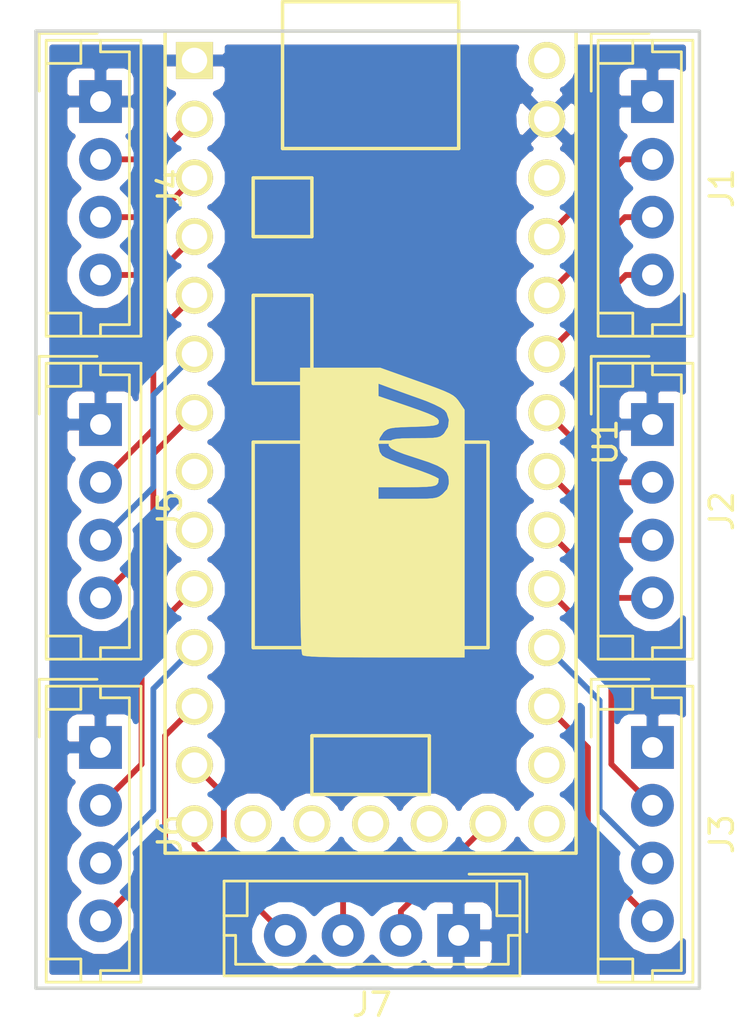
<source format=kicad_pcb>
(kicad_pcb (version 4) (host pcbnew 4.0.7)

  (general
    (links 29)
    (no_connects 0)
    (area 111.684999 51.740999 140.537001 93.293001)
    (thickness 1.6)
    (drawings 4)
    (tracks 54)
    (zones 0)
    (modules 9)
    (nets 23)
  )

  (page A4)
  (layers
    (0 F.Cu signal)
    (31 B.Cu signal)
    (32 B.Adhes user)
    (33 F.Adhes user)
    (34 B.Paste user)
    (35 F.Paste user)
    (36 B.SilkS user)
    (37 F.SilkS user)
    (38 B.Mask user)
    (39 F.Mask user)
    (40 Dwgs.User user)
    (41 Cmts.User user)
    (42 Eco1.User user)
    (43 Eco2.User user)
    (44 Edge.Cuts user)
    (45 Margin user)
    (46 B.CrtYd user)
    (47 F.CrtYd user)
    (48 B.Fab user)
    (49 F.Fab user)
  )

  (setup
    (last_trace_width 0.25)
    (trace_clearance 0.2)
    (zone_clearance 0.508)
    (zone_45_only no)
    (trace_min 0.2)
    (segment_width 0.2)
    (edge_width 0.15)
    (via_size 0.6)
    (via_drill 0.4)
    (via_min_size 0.4)
    (via_min_drill 0.3)
    (uvia_size 0.3)
    (uvia_drill 0.1)
    (uvias_allowed no)
    (uvia_min_size 0.2)
    (uvia_min_drill 0.1)
    (pcb_text_width 0.3)
    (pcb_text_size 1.5 1.5)
    (mod_edge_width 0.15)
    (mod_text_size 1 1)
    (mod_text_width 0.15)
    (pad_size 1.524 1.524)
    (pad_drill 0.762)
    (pad_to_mask_clearance 0.2)
    (aux_axis_origin 0 0)
    (visible_elements FFFCFF7F)
    (pcbplotparams
      (layerselection 0x00030_80000001)
      (usegerberextensions false)
      (excludeedgelayer true)
      (linewidth 0.100000)
      (plotframeref false)
      (viasonmask false)
      (mode 1)
      (useauxorigin false)
      (hpglpennumber 1)
      (hpglpenspeed 20)
      (hpglpendiameter 15)
      (hpglpenoverlay 2)
      (psnegative false)
      (psa4output false)
      (plotreference true)
      (plotvalue true)
      (plotinvisibletext false)
      (padsonsilk false)
      (subtractmaskfromsilk false)
      (outputformat 1)
      (mirror false)
      (drillshape 1)
      (scaleselection 1)
      (outputdirectory ""))
  )

  (net 0 "")
  (net 1 "Net-(J1-Pad2)")
  (net 2 "Net-(J1-Pad3)")
  (net 3 "Net-(J1-Pad4)")
  (net 4 "Net-(J2-Pad2)")
  (net 5 "Net-(J2-Pad3)")
  (net 6 "Net-(J2-Pad4)")
  (net 7 "Net-(J3-Pad2)")
  (net 8 "Net-(J3-Pad3)")
  (net 9 "Net-(J3-Pad4)")
  (net 10 "Net-(J4-Pad2)")
  (net 11 "Net-(J4-Pad3)")
  (net 12 "Net-(J4-Pad4)")
  (net 13 "Net-(J5-Pad2)")
  (net 14 "Net-(J5-Pad3)")
  (net 15 "Net-(J6-Pad2)")
  (net 16 "Net-(J6-Pad3)")
  (net 17 "Net-(J5-Pad4)")
  (net 18 "Net-(J6-Pad4)")
  (net 19 "Net-(J7-Pad2)")
  (net 20 "Net-(J7-Pad4)")
  (net 21 "Net-(J7-Pad3)")
  (net 22 GND)

  (net_class Default "This is the default net class."
    (clearance 0.2)
    (trace_width 0.25)
    (via_dia 0.6)
    (via_drill 0.4)
    (uvia_dia 0.3)
    (uvia_drill 0.1)
    (add_net GND)
    (add_net "Net-(J1-Pad2)")
    (add_net "Net-(J1-Pad3)")
    (add_net "Net-(J1-Pad4)")
    (add_net "Net-(J2-Pad2)")
    (add_net "Net-(J2-Pad3)")
    (add_net "Net-(J2-Pad4)")
    (add_net "Net-(J3-Pad2)")
    (add_net "Net-(J3-Pad3)")
    (add_net "Net-(J3-Pad4)")
    (add_net "Net-(J4-Pad2)")
    (add_net "Net-(J4-Pad3)")
    (add_net "Net-(J4-Pad4)")
    (add_net "Net-(J5-Pad2)")
    (add_net "Net-(J5-Pad3)")
    (add_net "Net-(J5-Pad4)")
    (add_net "Net-(J6-Pad2)")
    (add_net "Net-(J6-Pad3)")
    (add_net "Net-(J6-Pad4)")
    (add_net "Net-(J7-Pad2)")
    (add_net "Net-(J7-Pad3)")
    (add_net "Net-(J7-Pad4)")
  )

  (module Teensy:Teensy30_31_32_LC (layer F.Cu) (tedit 5A620916) (tstamp 5A615999)
    (at 126.238 69.596 270)
    (path /5A6150CE)
    (fp_text reference U1 (at 0 -10.16 270) (layer F.SilkS)
      (effects (font (size 1 1) (thickness 0.15)))
    )
    (fp_text value Teensy-LC (at 0 10.16 270) (layer F.Fab)
      (effects (font (size 1 1) (thickness 0.15)))
    )
    (fp_line (start -17.78 3.81) (end -19.05 3.81) (layer F.SilkS) (width 0.15))
    (fp_line (start -19.05 3.81) (end -19.05 -3.81) (layer F.SilkS) (width 0.15))
    (fp_line (start -19.05 -3.81) (end -17.78 -3.81) (layer F.SilkS) (width 0.15))
    (fp_line (start -6.35 5.08) (end -2.54 5.08) (layer F.SilkS) (width 0.15))
    (fp_line (start -2.54 5.08) (end -2.54 2.54) (layer F.SilkS) (width 0.15))
    (fp_line (start -2.54 2.54) (end -6.35 2.54) (layer F.SilkS) (width 0.15))
    (fp_line (start -6.35 2.54) (end -6.35 5.08) (layer F.SilkS) (width 0.15))
    (fp_line (start -12.7 3.81) (end -12.7 -3.81) (layer F.SilkS) (width 0.15))
    (fp_line (start -12.7 -3.81) (end -17.78 -3.81) (layer F.SilkS) (width 0.15))
    (fp_line (start -12.7 3.81) (end -17.78 3.81) (layer F.SilkS) (width 0.15))
    (fp_line (start -11.43 5.08) (end -8.89 5.08) (layer F.SilkS) (width 0.15))
    (fp_line (start -8.89 5.08) (end -8.89 2.54) (layer F.SilkS) (width 0.15))
    (fp_line (start -8.89 2.54) (end -11.43 2.54) (layer F.SilkS) (width 0.15))
    (fp_line (start -11.43 2.54) (end -11.43 5.08) (layer F.SilkS) (width 0.15))
    (fp_line (start 15.24 -2.54) (end 15.24 2.54) (layer F.SilkS) (width 0.15))
    (fp_line (start 15.24 2.54) (end 12.7 2.54) (layer F.SilkS) (width 0.15))
    (fp_line (start 12.7 2.54) (end 12.7 -2.54) (layer F.SilkS) (width 0.15))
    (fp_line (start 12.7 -2.54) (end 15.24 -2.54) (layer F.SilkS) (width 0.15))
    (fp_line (start 8.89 5.08) (end 8.89 -5.08) (layer F.SilkS) (width 0.15))
    (fp_line (start 0 -5.08) (end 0 5.08) (layer F.SilkS) (width 0.15))
    (fp_line (start 8.89 -5.08) (end 0 -5.08) (layer F.SilkS) (width 0.15))
    (fp_line (start 8.89 5.08) (end 0 5.08) (layer F.SilkS) (width 0.15))
    (fp_line (start -17.78 -8.89) (end 17.78 -8.89) (layer F.SilkS) (width 0.15))
    (fp_line (start 17.78 -8.89) (end 17.78 8.89) (layer F.SilkS) (width 0.15))
    (fp_line (start 17.78 8.89) (end -17.78 8.89) (layer F.SilkS) (width 0.15))
    (fp_line (start -17.78 8.89) (end -17.78 -8.89) (layer F.SilkS) (width 0.15))
    (pad 17 thru_hole circle (at 16.51 0 270) (size 1.6 1.6) (drill 1.1) (layers *.Cu *.Mask F.SilkS))
    (pad 18 thru_hole circle (at 16.51 -2.54 270) (size 1.6 1.6) (drill 1.1) (layers *.Cu *.Mask F.SilkS))
    (pad 19 thru_hole circle (at 16.51 -5.08 270) (size 1.6 1.6) (drill 1.1) (layers *.Cu *.Mask F.SilkS)
      (net 19 "Net-(J7-Pad2)"))
    (pad 20 thru_hole circle (at 16.51 -7.62 270) (size 1.6 1.6) (drill 1.1) (layers *.Cu *.Mask F.SilkS))
    (pad 16 thru_hole circle (at 16.51 2.54 270) (size 1.6 1.6) (drill 1.1) (layers *.Cu *.Mask F.SilkS))
    (pad 15 thru_hole circle (at 16.51 5.08 270) (size 1.6 1.6) (drill 1.1) (layers *.Cu *.Mask F.SilkS))
    (pad 14 thru_hole circle (at 16.51 7.62 270) (size 1.6 1.6) (drill 1.1) (layers *.Cu *.Mask F.SilkS)
      (net 20 "Net-(J7-Pad4)"))
    (pad 21 thru_hole circle (at 13.97 -7.62 270) (size 1.6 1.6) (drill 1.1) (layers *.Cu *.Mask F.SilkS))
    (pad 22 thru_hole circle (at 11.43 -7.62 270) (size 1.6 1.6) (drill 1.1) (layers *.Cu *.Mask F.SilkS)
      (net 9 "Net-(J3-Pad4)"))
    (pad 23 thru_hole circle (at 8.89 -7.62 270) (size 1.6 1.6) (drill 1.1) (layers *.Cu *.Mask F.SilkS)
      (net 8 "Net-(J3-Pad3)"))
    (pad 24 thru_hole circle (at 6.35 -7.62 270) (size 1.6 1.6) (drill 1.1) (layers *.Cu *.Mask F.SilkS)
      (net 7 "Net-(J3-Pad2)"))
    (pad 25 thru_hole circle (at 3.81 -7.62 270) (size 1.6 1.6) (drill 1.1) (layers *.Cu *.Mask F.SilkS)
      (net 6 "Net-(J2-Pad4)"))
    (pad 26 thru_hole circle (at 1.27 -7.62 270) (size 1.6 1.6) (drill 1.1) (layers *.Cu *.Mask F.SilkS)
      (net 5 "Net-(J2-Pad3)"))
    (pad 27 thru_hole circle (at -1.27 -7.62 270) (size 1.6 1.6) (drill 1.1) (layers *.Cu *.Mask F.SilkS)
      (net 4 "Net-(J2-Pad2)"))
    (pad 28 thru_hole circle (at -3.81 -7.62 270) (size 1.6 1.6) (drill 1.1) (layers *.Cu *.Mask F.SilkS)
      (net 3 "Net-(J1-Pad4)"))
    (pad 29 thru_hole circle (at -6.35 -7.62 270) (size 1.6 1.6) (drill 1.1) (layers *.Cu *.Mask F.SilkS)
      (net 2 "Net-(J1-Pad3)"))
    (pad 30 thru_hole circle (at -8.89 -7.62 270) (size 1.6 1.6) (drill 1.1) (layers *.Cu *.Mask F.SilkS)
      (net 1 "Net-(J1-Pad2)"))
    (pad 31 thru_hole circle (at -11.43 -7.62 270) (size 1.6 1.6) (drill 1.1) (layers *.Cu *.Mask F.SilkS))
    (pad 32 thru_hole circle (at -13.97 -7.62 270) (size 1.6 1.6) (drill 1.1) (layers *.Cu *.Mask F.SilkS)
      (net 22 GND))
    (pad 33 thru_hole circle (at -16.51 -7.62 270) (size 1.6 1.6) (drill 1.1) (layers *.Cu *.Mask F.SilkS))
    (pad 13 thru_hole circle (at 13.97 7.62 270) (size 1.6 1.6) (drill 1.1) (layers *.Cu *.Mask F.SilkS)
      (net 21 "Net-(J7-Pad3)"))
    (pad 12 thru_hole circle (at 11.43 7.62 270) (size 1.6 1.6) (drill 1.1) (layers *.Cu *.Mask F.SilkS)
      (net 18 "Net-(J6-Pad4)"))
    (pad 11 thru_hole circle (at 8.89 7.62 270) (size 1.6 1.6) (drill 1.1) (layers *.Cu *.Mask F.SilkS)
      (net 16 "Net-(J6-Pad3)"))
    (pad 10 thru_hole circle (at 6.35 7.62 270) (size 1.6 1.6) (drill 1.1) (layers *.Cu *.Mask F.SilkS)
      (net 15 "Net-(J6-Pad2)"))
    (pad 9 thru_hole circle (at 3.81 7.62 270) (size 1.6 1.6) (drill 1.1) (layers *.Cu *.Mask F.SilkS))
    (pad 8 thru_hole circle (at 1.27 7.62 270) (size 1.6 1.6) (drill 1.1) (layers *.Cu *.Mask F.SilkS))
    (pad 7 thru_hole circle (at -1.27 7.62 270) (size 1.6 1.6) (drill 1.1) (layers *.Cu *.Mask F.SilkS)
      (net 17 "Net-(J5-Pad4)"))
    (pad 6 thru_hole circle (at -3.81 7.62 270) (size 1.6 1.6) (drill 1.1) (layers *.Cu *.Mask F.SilkS)
      (net 14 "Net-(J5-Pad3)"))
    (pad 5 thru_hole circle (at -6.35 7.62 270) (size 1.6 1.6) (drill 1.1) (layers *.Cu *.Mask F.SilkS)
      (net 13 "Net-(J5-Pad2)"))
    (pad 4 thru_hole circle (at -8.89 7.62 270) (size 1.6 1.6) (drill 1.1) (layers *.Cu *.Mask F.SilkS)
      (net 12 "Net-(J4-Pad4)"))
    (pad 3 thru_hole circle (at -11.43 7.62 270) (size 1.6 1.6) (drill 1.1) (layers *.Cu *.Mask F.SilkS)
      (net 11 "Net-(J4-Pad3)"))
    (pad 2 thru_hole circle (at -13.97 7.62 270) (size 1.6 1.6) (drill 1.1) (layers *.Cu *.Mask F.SilkS)
      (net 10 "Net-(J4-Pad2)"))
    (pad 1 thru_hole rect (at -16.51 7.62 270) (size 1.6 1.6) (drill 1.1) (layers *.Cu *.Mask F.SilkS)
      (net 22 GND))
  )

  (module Connectors_JST:JST_EH_B04B-EH-A_04x2.50mm_Straight (layer F.Cu) (tedit 58A3B0B5) (tstamp 5A615932)
    (at 138.43 54.864 270)
    (descr "JST EH series connector, B04B-EH-A, 2.50mm pitch, top entry")
    (tags "connector jst eh top vertical straight")
    (path /5A6151AB)
    (fp_text reference J1 (at 3.75 -3 270) (layer F.SilkS)
      (effects (font (size 1 1) (thickness 0.15)))
    )
    (fp_text value Conn_01x04 (at 3.75 3.5 270) (layer F.Fab)
      (effects (font (size 1 1) (thickness 0.15)))
    )
    (fp_text user %R (at 3.75 -3 270) (layer F.Fab)
      (effects (font (size 1 1) (thickness 0.15)))
    )
    (fp_line (start -2.5 -1.6) (end -2.5 2.2) (layer F.Fab) (width 0.1))
    (fp_line (start -2.5 2.2) (end 10 2.2) (layer F.Fab) (width 0.1))
    (fp_line (start 10 2.2) (end 10 -1.6) (layer F.Fab) (width 0.1))
    (fp_line (start 10 -1.6) (end -2.5 -1.6) (layer F.Fab) (width 0.1))
    (fp_line (start -2.65 -1.75) (end -2.65 2.35) (layer F.SilkS) (width 0.12))
    (fp_line (start -2.65 2.35) (end 10.15 2.35) (layer F.SilkS) (width 0.12))
    (fp_line (start 10.15 2.35) (end 10.15 -1.75) (layer F.SilkS) (width 0.12))
    (fp_line (start 10.15 -1.75) (end -2.65 -1.75) (layer F.SilkS) (width 0.12))
    (fp_line (start -2.65 0) (end -2.15 0) (layer F.SilkS) (width 0.12))
    (fp_line (start -2.15 0) (end -2.15 -1.25) (layer F.SilkS) (width 0.12))
    (fp_line (start -2.15 -1.25) (end 9.65 -1.25) (layer F.SilkS) (width 0.12))
    (fp_line (start 9.65 -1.25) (end 9.65 0) (layer F.SilkS) (width 0.12))
    (fp_line (start 9.65 0) (end 10.15 0) (layer F.SilkS) (width 0.12))
    (fp_line (start -2.65 0.85) (end -1.65 0.85) (layer F.SilkS) (width 0.12))
    (fp_line (start -1.65 0.85) (end -1.65 2.35) (layer F.SilkS) (width 0.12))
    (fp_line (start 10.15 0.85) (end 9.15 0.85) (layer F.SilkS) (width 0.12))
    (fp_line (start 9.15 0.85) (end 9.15 2.35) (layer F.SilkS) (width 0.12))
    (fp_line (start -2.95 0.15) (end -2.95 2.65) (layer F.SilkS) (width 0.12))
    (fp_line (start -2.95 2.65) (end -0.45 2.65) (layer F.SilkS) (width 0.12))
    (fp_line (start -2.95 0.15) (end -2.95 2.65) (layer F.Fab) (width 0.1))
    (fp_line (start -2.95 2.65) (end -0.45 2.65) (layer F.Fab) (width 0.1))
    (fp_line (start -3.15 -2.25) (end -3.15 2.85) (layer F.CrtYd) (width 0.05))
    (fp_line (start -3.15 2.85) (end 10.65 2.85) (layer F.CrtYd) (width 0.05))
    (fp_line (start 10.65 2.85) (end 10.65 -2.25) (layer F.CrtYd) (width 0.05))
    (fp_line (start 10.65 -2.25) (end -3.15 -2.25) (layer F.CrtYd) (width 0.05))
    (pad 1 thru_hole rect (at 0 0 270) (size 1.85 1.85) (drill 0.9) (layers *.Cu *.Mask)
      (net 22 GND))
    (pad 2 thru_hole circle (at 2.5 0 270) (size 1.85 1.85) (drill 0.9) (layers *.Cu *.Mask)
      (net 1 "Net-(J1-Pad2)"))
    (pad 3 thru_hole circle (at 5 0 270) (size 1.85 1.85) (drill 0.9) (layers *.Cu *.Mask)
      (net 2 "Net-(J1-Pad3)"))
    (pad 4 thru_hole circle (at 7.5 0 270) (size 1.85 1.85) (drill 0.9) (layers *.Cu *.Mask)
      (net 3 "Net-(J1-Pad4)"))
    (model Connectors_JST.3dshapes/JST_EH_B04B-EH-A_04x2.50mm_Straight.wrl
      (at (xyz 0 0 0))
      (scale (xyz 1 1 1))
      (rotate (xyz 0 0 0))
    )
  )

  (module Connectors_JST:JST_EH_B04B-EH-A_04x2.50mm_Straight (layer F.Cu) (tedit 58A3B0B5) (tstamp 5A61593A)
    (at 138.43 68.834 270)
    (descr "JST EH series connector, B04B-EH-A, 2.50mm pitch, top entry")
    (tags "connector jst eh top vertical straight")
    (path /5A6151E5)
    (fp_text reference J2 (at 3.75 -3 270) (layer F.SilkS)
      (effects (font (size 1 1) (thickness 0.15)))
    )
    (fp_text value Conn_01x04 (at 3.75 3.5 270) (layer F.Fab)
      (effects (font (size 1 1) (thickness 0.15)))
    )
    (fp_text user %R (at 3.75 -3 270) (layer F.Fab)
      (effects (font (size 1 1) (thickness 0.15)))
    )
    (fp_line (start -2.5 -1.6) (end -2.5 2.2) (layer F.Fab) (width 0.1))
    (fp_line (start -2.5 2.2) (end 10 2.2) (layer F.Fab) (width 0.1))
    (fp_line (start 10 2.2) (end 10 -1.6) (layer F.Fab) (width 0.1))
    (fp_line (start 10 -1.6) (end -2.5 -1.6) (layer F.Fab) (width 0.1))
    (fp_line (start -2.65 -1.75) (end -2.65 2.35) (layer F.SilkS) (width 0.12))
    (fp_line (start -2.65 2.35) (end 10.15 2.35) (layer F.SilkS) (width 0.12))
    (fp_line (start 10.15 2.35) (end 10.15 -1.75) (layer F.SilkS) (width 0.12))
    (fp_line (start 10.15 -1.75) (end -2.65 -1.75) (layer F.SilkS) (width 0.12))
    (fp_line (start -2.65 0) (end -2.15 0) (layer F.SilkS) (width 0.12))
    (fp_line (start -2.15 0) (end -2.15 -1.25) (layer F.SilkS) (width 0.12))
    (fp_line (start -2.15 -1.25) (end 9.65 -1.25) (layer F.SilkS) (width 0.12))
    (fp_line (start 9.65 -1.25) (end 9.65 0) (layer F.SilkS) (width 0.12))
    (fp_line (start 9.65 0) (end 10.15 0) (layer F.SilkS) (width 0.12))
    (fp_line (start -2.65 0.85) (end -1.65 0.85) (layer F.SilkS) (width 0.12))
    (fp_line (start -1.65 0.85) (end -1.65 2.35) (layer F.SilkS) (width 0.12))
    (fp_line (start 10.15 0.85) (end 9.15 0.85) (layer F.SilkS) (width 0.12))
    (fp_line (start 9.15 0.85) (end 9.15 2.35) (layer F.SilkS) (width 0.12))
    (fp_line (start -2.95 0.15) (end -2.95 2.65) (layer F.SilkS) (width 0.12))
    (fp_line (start -2.95 2.65) (end -0.45 2.65) (layer F.SilkS) (width 0.12))
    (fp_line (start -2.95 0.15) (end -2.95 2.65) (layer F.Fab) (width 0.1))
    (fp_line (start -2.95 2.65) (end -0.45 2.65) (layer F.Fab) (width 0.1))
    (fp_line (start -3.15 -2.25) (end -3.15 2.85) (layer F.CrtYd) (width 0.05))
    (fp_line (start -3.15 2.85) (end 10.65 2.85) (layer F.CrtYd) (width 0.05))
    (fp_line (start 10.65 2.85) (end 10.65 -2.25) (layer F.CrtYd) (width 0.05))
    (fp_line (start 10.65 -2.25) (end -3.15 -2.25) (layer F.CrtYd) (width 0.05))
    (pad 1 thru_hole rect (at 0 0 270) (size 1.85 1.85) (drill 0.9) (layers *.Cu *.Mask)
      (net 22 GND))
    (pad 2 thru_hole circle (at 2.5 0 270) (size 1.85 1.85) (drill 0.9) (layers *.Cu *.Mask)
      (net 4 "Net-(J2-Pad2)"))
    (pad 3 thru_hole circle (at 5 0 270) (size 1.85 1.85) (drill 0.9) (layers *.Cu *.Mask)
      (net 5 "Net-(J2-Pad3)"))
    (pad 4 thru_hole circle (at 7.5 0 270) (size 1.85 1.85) (drill 0.9) (layers *.Cu *.Mask)
      (net 6 "Net-(J2-Pad4)"))
    (model Connectors_JST.3dshapes/JST_EH_B04B-EH-A_04x2.50mm_Straight.wrl
      (at (xyz 0 0 0))
      (scale (xyz 1 1 1))
      (rotate (xyz 0 0 0))
    )
  )

  (module Connectors_JST:JST_EH_B04B-EH-A_04x2.50mm_Straight (layer F.Cu) (tedit 58A3B0B5) (tstamp 5A615942)
    (at 138.43 82.804 270)
    (descr "JST EH series connector, B04B-EH-A, 2.50mm pitch, top entry")
    (tags "connector jst eh top vertical straight")
    (path /5A615208)
    (fp_text reference J3 (at 3.75 -3 270) (layer F.SilkS)
      (effects (font (size 1 1) (thickness 0.15)))
    )
    (fp_text value Conn_01x04 (at 3.75 3.5 270) (layer F.Fab)
      (effects (font (size 1 1) (thickness 0.15)))
    )
    (fp_text user %R (at 3.75 -3 270) (layer F.Fab)
      (effects (font (size 1 1) (thickness 0.15)))
    )
    (fp_line (start -2.5 -1.6) (end -2.5 2.2) (layer F.Fab) (width 0.1))
    (fp_line (start -2.5 2.2) (end 10 2.2) (layer F.Fab) (width 0.1))
    (fp_line (start 10 2.2) (end 10 -1.6) (layer F.Fab) (width 0.1))
    (fp_line (start 10 -1.6) (end -2.5 -1.6) (layer F.Fab) (width 0.1))
    (fp_line (start -2.65 -1.75) (end -2.65 2.35) (layer F.SilkS) (width 0.12))
    (fp_line (start -2.65 2.35) (end 10.15 2.35) (layer F.SilkS) (width 0.12))
    (fp_line (start 10.15 2.35) (end 10.15 -1.75) (layer F.SilkS) (width 0.12))
    (fp_line (start 10.15 -1.75) (end -2.65 -1.75) (layer F.SilkS) (width 0.12))
    (fp_line (start -2.65 0) (end -2.15 0) (layer F.SilkS) (width 0.12))
    (fp_line (start -2.15 0) (end -2.15 -1.25) (layer F.SilkS) (width 0.12))
    (fp_line (start -2.15 -1.25) (end 9.65 -1.25) (layer F.SilkS) (width 0.12))
    (fp_line (start 9.65 -1.25) (end 9.65 0) (layer F.SilkS) (width 0.12))
    (fp_line (start 9.65 0) (end 10.15 0) (layer F.SilkS) (width 0.12))
    (fp_line (start -2.65 0.85) (end -1.65 0.85) (layer F.SilkS) (width 0.12))
    (fp_line (start -1.65 0.85) (end -1.65 2.35) (layer F.SilkS) (width 0.12))
    (fp_line (start 10.15 0.85) (end 9.15 0.85) (layer F.SilkS) (width 0.12))
    (fp_line (start 9.15 0.85) (end 9.15 2.35) (layer F.SilkS) (width 0.12))
    (fp_line (start -2.95 0.15) (end -2.95 2.65) (layer F.SilkS) (width 0.12))
    (fp_line (start -2.95 2.65) (end -0.45 2.65) (layer F.SilkS) (width 0.12))
    (fp_line (start -2.95 0.15) (end -2.95 2.65) (layer F.Fab) (width 0.1))
    (fp_line (start -2.95 2.65) (end -0.45 2.65) (layer F.Fab) (width 0.1))
    (fp_line (start -3.15 -2.25) (end -3.15 2.85) (layer F.CrtYd) (width 0.05))
    (fp_line (start -3.15 2.85) (end 10.65 2.85) (layer F.CrtYd) (width 0.05))
    (fp_line (start 10.65 2.85) (end 10.65 -2.25) (layer F.CrtYd) (width 0.05))
    (fp_line (start 10.65 -2.25) (end -3.15 -2.25) (layer F.CrtYd) (width 0.05))
    (pad 1 thru_hole rect (at 0 0 270) (size 1.85 1.85) (drill 0.9) (layers *.Cu *.Mask)
      (net 22 GND))
    (pad 2 thru_hole circle (at 2.5 0 270) (size 1.85 1.85) (drill 0.9) (layers *.Cu *.Mask)
      (net 7 "Net-(J3-Pad2)"))
    (pad 3 thru_hole circle (at 5 0 270) (size 1.85 1.85) (drill 0.9) (layers *.Cu *.Mask)
      (net 8 "Net-(J3-Pad3)"))
    (pad 4 thru_hole circle (at 7.5 0 270) (size 1.85 1.85) (drill 0.9) (layers *.Cu *.Mask)
      (net 9 "Net-(J3-Pad4)"))
    (model Connectors_JST.3dshapes/JST_EH_B04B-EH-A_04x2.50mm_Straight.wrl
      (at (xyz 0 0 0))
      (scale (xyz 1 1 1))
      (rotate (xyz 0 0 0))
    )
  )

  (module Connectors_JST:JST_EH_B04B-EH-A_04x2.50mm_Straight (layer F.Cu) (tedit 58A3B0B5) (tstamp 5A61594A)
    (at 114.554 54.864 270)
    (descr "JST EH series connector, B04B-EH-A, 2.50mm pitch, top entry")
    (tags "connector jst eh top vertical straight")
    (path /5A61522D)
    (fp_text reference J4 (at 3.75 -3 270) (layer F.SilkS)
      (effects (font (size 1 1) (thickness 0.15)))
    )
    (fp_text value Conn_01x04 (at 3.75 3.5 270) (layer F.Fab)
      (effects (font (size 1 1) (thickness 0.15)))
    )
    (fp_text user %R (at 3.75 -3 270) (layer F.Fab)
      (effects (font (size 1 1) (thickness 0.15)))
    )
    (fp_line (start -2.5 -1.6) (end -2.5 2.2) (layer F.Fab) (width 0.1))
    (fp_line (start -2.5 2.2) (end 10 2.2) (layer F.Fab) (width 0.1))
    (fp_line (start 10 2.2) (end 10 -1.6) (layer F.Fab) (width 0.1))
    (fp_line (start 10 -1.6) (end -2.5 -1.6) (layer F.Fab) (width 0.1))
    (fp_line (start -2.65 -1.75) (end -2.65 2.35) (layer F.SilkS) (width 0.12))
    (fp_line (start -2.65 2.35) (end 10.15 2.35) (layer F.SilkS) (width 0.12))
    (fp_line (start 10.15 2.35) (end 10.15 -1.75) (layer F.SilkS) (width 0.12))
    (fp_line (start 10.15 -1.75) (end -2.65 -1.75) (layer F.SilkS) (width 0.12))
    (fp_line (start -2.65 0) (end -2.15 0) (layer F.SilkS) (width 0.12))
    (fp_line (start -2.15 0) (end -2.15 -1.25) (layer F.SilkS) (width 0.12))
    (fp_line (start -2.15 -1.25) (end 9.65 -1.25) (layer F.SilkS) (width 0.12))
    (fp_line (start 9.65 -1.25) (end 9.65 0) (layer F.SilkS) (width 0.12))
    (fp_line (start 9.65 0) (end 10.15 0) (layer F.SilkS) (width 0.12))
    (fp_line (start -2.65 0.85) (end -1.65 0.85) (layer F.SilkS) (width 0.12))
    (fp_line (start -1.65 0.85) (end -1.65 2.35) (layer F.SilkS) (width 0.12))
    (fp_line (start 10.15 0.85) (end 9.15 0.85) (layer F.SilkS) (width 0.12))
    (fp_line (start 9.15 0.85) (end 9.15 2.35) (layer F.SilkS) (width 0.12))
    (fp_line (start -2.95 0.15) (end -2.95 2.65) (layer F.SilkS) (width 0.12))
    (fp_line (start -2.95 2.65) (end -0.45 2.65) (layer F.SilkS) (width 0.12))
    (fp_line (start -2.95 0.15) (end -2.95 2.65) (layer F.Fab) (width 0.1))
    (fp_line (start -2.95 2.65) (end -0.45 2.65) (layer F.Fab) (width 0.1))
    (fp_line (start -3.15 -2.25) (end -3.15 2.85) (layer F.CrtYd) (width 0.05))
    (fp_line (start -3.15 2.85) (end 10.65 2.85) (layer F.CrtYd) (width 0.05))
    (fp_line (start 10.65 2.85) (end 10.65 -2.25) (layer F.CrtYd) (width 0.05))
    (fp_line (start 10.65 -2.25) (end -3.15 -2.25) (layer F.CrtYd) (width 0.05))
    (pad 1 thru_hole rect (at 0 0 270) (size 1.85 1.85) (drill 0.9) (layers *.Cu *.Mask)
      (net 22 GND))
    (pad 2 thru_hole circle (at 2.5 0 270) (size 1.85 1.85) (drill 0.9) (layers *.Cu *.Mask)
      (net 10 "Net-(J4-Pad2)"))
    (pad 3 thru_hole circle (at 5 0 270) (size 1.85 1.85) (drill 0.9) (layers *.Cu *.Mask)
      (net 11 "Net-(J4-Pad3)"))
    (pad 4 thru_hole circle (at 7.5 0 270) (size 1.85 1.85) (drill 0.9) (layers *.Cu *.Mask)
      (net 12 "Net-(J4-Pad4)"))
    (model Connectors_JST.3dshapes/JST_EH_B04B-EH-A_04x2.50mm_Straight.wrl
      (at (xyz 0 0 0))
      (scale (xyz 1 1 1))
      (rotate (xyz 0 0 0))
    )
  )

  (module Connectors_JST:JST_EH_B04B-EH-A_04x2.50mm_Straight (layer F.Cu) (tedit 58A3B0B5) (tstamp 5A615952)
    (at 114.554 68.834 270)
    (descr "JST EH series connector, B04B-EH-A, 2.50mm pitch, top entry")
    (tags "connector jst eh top vertical straight")
    (path /5A6157F5)
    (fp_text reference J5 (at 3.75 -3 270) (layer F.SilkS)
      (effects (font (size 1 1) (thickness 0.15)))
    )
    (fp_text value Conn_01x04 (at 3.75 3.5 270) (layer F.Fab)
      (effects (font (size 1 1) (thickness 0.15)))
    )
    (fp_text user %R (at 3.75 -3 270) (layer F.Fab)
      (effects (font (size 1 1) (thickness 0.15)))
    )
    (fp_line (start -2.5 -1.6) (end -2.5 2.2) (layer F.Fab) (width 0.1))
    (fp_line (start -2.5 2.2) (end 10 2.2) (layer F.Fab) (width 0.1))
    (fp_line (start 10 2.2) (end 10 -1.6) (layer F.Fab) (width 0.1))
    (fp_line (start 10 -1.6) (end -2.5 -1.6) (layer F.Fab) (width 0.1))
    (fp_line (start -2.65 -1.75) (end -2.65 2.35) (layer F.SilkS) (width 0.12))
    (fp_line (start -2.65 2.35) (end 10.15 2.35) (layer F.SilkS) (width 0.12))
    (fp_line (start 10.15 2.35) (end 10.15 -1.75) (layer F.SilkS) (width 0.12))
    (fp_line (start 10.15 -1.75) (end -2.65 -1.75) (layer F.SilkS) (width 0.12))
    (fp_line (start -2.65 0) (end -2.15 0) (layer F.SilkS) (width 0.12))
    (fp_line (start -2.15 0) (end -2.15 -1.25) (layer F.SilkS) (width 0.12))
    (fp_line (start -2.15 -1.25) (end 9.65 -1.25) (layer F.SilkS) (width 0.12))
    (fp_line (start 9.65 -1.25) (end 9.65 0) (layer F.SilkS) (width 0.12))
    (fp_line (start 9.65 0) (end 10.15 0) (layer F.SilkS) (width 0.12))
    (fp_line (start -2.65 0.85) (end -1.65 0.85) (layer F.SilkS) (width 0.12))
    (fp_line (start -1.65 0.85) (end -1.65 2.35) (layer F.SilkS) (width 0.12))
    (fp_line (start 10.15 0.85) (end 9.15 0.85) (layer F.SilkS) (width 0.12))
    (fp_line (start 9.15 0.85) (end 9.15 2.35) (layer F.SilkS) (width 0.12))
    (fp_line (start -2.95 0.15) (end -2.95 2.65) (layer F.SilkS) (width 0.12))
    (fp_line (start -2.95 2.65) (end -0.45 2.65) (layer F.SilkS) (width 0.12))
    (fp_line (start -2.95 0.15) (end -2.95 2.65) (layer F.Fab) (width 0.1))
    (fp_line (start -2.95 2.65) (end -0.45 2.65) (layer F.Fab) (width 0.1))
    (fp_line (start -3.15 -2.25) (end -3.15 2.85) (layer F.CrtYd) (width 0.05))
    (fp_line (start -3.15 2.85) (end 10.65 2.85) (layer F.CrtYd) (width 0.05))
    (fp_line (start 10.65 2.85) (end 10.65 -2.25) (layer F.CrtYd) (width 0.05))
    (fp_line (start 10.65 -2.25) (end -3.15 -2.25) (layer F.CrtYd) (width 0.05))
    (pad 1 thru_hole rect (at 0 0 270) (size 1.85 1.85) (drill 0.9) (layers *.Cu *.Mask)
      (net 22 GND))
    (pad 2 thru_hole circle (at 2.5 0 270) (size 1.85 1.85) (drill 0.9) (layers *.Cu *.Mask)
      (net 13 "Net-(J5-Pad2)"))
    (pad 3 thru_hole circle (at 5 0 270) (size 1.85 1.85) (drill 0.9) (layers *.Cu *.Mask)
      (net 14 "Net-(J5-Pad3)"))
    (pad 4 thru_hole circle (at 7.5 0 270) (size 1.85 1.85) (drill 0.9) (layers *.Cu *.Mask)
      (net 17 "Net-(J5-Pad4)"))
    (model Connectors_JST.3dshapes/JST_EH_B04B-EH-A_04x2.50mm_Straight.wrl
      (at (xyz 0 0 0))
      (scale (xyz 1 1 1))
      (rotate (xyz 0 0 0))
    )
  )

  (module Connectors_JST:JST_EH_B04B-EH-A_04x2.50mm_Straight (layer F.Cu) (tedit 58A3B0B5) (tstamp 5A61595A)
    (at 114.554 82.804 270)
    (descr "JST EH series connector, B04B-EH-A, 2.50mm pitch, top entry")
    (tags "connector jst eh top vertical straight")
    (path /5A6157B6)
    (fp_text reference J6 (at 3.75 -3 270) (layer F.SilkS)
      (effects (font (size 1 1) (thickness 0.15)))
    )
    (fp_text value Conn_01x04 (at 3.75 3.5 270) (layer F.Fab)
      (effects (font (size 1 1) (thickness 0.15)))
    )
    (fp_text user %R (at 3.75 -3 270) (layer F.Fab)
      (effects (font (size 1 1) (thickness 0.15)))
    )
    (fp_line (start -2.5 -1.6) (end -2.5 2.2) (layer F.Fab) (width 0.1))
    (fp_line (start -2.5 2.2) (end 10 2.2) (layer F.Fab) (width 0.1))
    (fp_line (start 10 2.2) (end 10 -1.6) (layer F.Fab) (width 0.1))
    (fp_line (start 10 -1.6) (end -2.5 -1.6) (layer F.Fab) (width 0.1))
    (fp_line (start -2.65 -1.75) (end -2.65 2.35) (layer F.SilkS) (width 0.12))
    (fp_line (start -2.65 2.35) (end 10.15 2.35) (layer F.SilkS) (width 0.12))
    (fp_line (start 10.15 2.35) (end 10.15 -1.75) (layer F.SilkS) (width 0.12))
    (fp_line (start 10.15 -1.75) (end -2.65 -1.75) (layer F.SilkS) (width 0.12))
    (fp_line (start -2.65 0) (end -2.15 0) (layer F.SilkS) (width 0.12))
    (fp_line (start -2.15 0) (end -2.15 -1.25) (layer F.SilkS) (width 0.12))
    (fp_line (start -2.15 -1.25) (end 9.65 -1.25) (layer F.SilkS) (width 0.12))
    (fp_line (start 9.65 -1.25) (end 9.65 0) (layer F.SilkS) (width 0.12))
    (fp_line (start 9.65 0) (end 10.15 0) (layer F.SilkS) (width 0.12))
    (fp_line (start -2.65 0.85) (end -1.65 0.85) (layer F.SilkS) (width 0.12))
    (fp_line (start -1.65 0.85) (end -1.65 2.35) (layer F.SilkS) (width 0.12))
    (fp_line (start 10.15 0.85) (end 9.15 0.85) (layer F.SilkS) (width 0.12))
    (fp_line (start 9.15 0.85) (end 9.15 2.35) (layer F.SilkS) (width 0.12))
    (fp_line (start -2.95 0.15) (end -2.95 2.65) (layer F.SilkS) (width 0.12))
    (fp_line (start -2.95 2.65) (end -0.45 2.65) (layer F.SilkS) (width 0.12))
    (fp_line (start -2.95 0.15) (end -2.95 2.65) (layer F.Fab) (width 0.1))
    (fp_line (start -2.95 2.65) (end -0.45 2.65) (layer F.Fab) (width 0.1))
    (fp_line (start -3.15 -2.25) (end -3.15 2.85) (layer F.CrtYd) (width 0.05))
    (fp_line (start -3.15 2.85) (end 10.65 2.85) (layer F.CrtYd) (width 0.05))
    (fp_line (start 10.65 2.85) (end 10.65 -2.25) (layer F.CrtYd) (width 0.05))
    (fp_line (start 10.65 -2.25) (end -3.15 -2.25) (layer F.CrtYd) (width 0.05))
    (pad 1 thru_hole rect (at 0 0 270) (size 1.85 1.85) (drill 0.9) (layers *.Cu *.Mask)
      (net 22 GND))
    (pad 2 thru_hole circle (at 2.5 0 270) (size 1.85 1.85) (drill 0.9) (layers *.Cu *.Mask)
      (net 15 "Net-(J6-Pad2)"))
    (pad 3 thru_hole circle (at 5 0 270) (size 1.85 1.85) (drill 0.9) (layers *.Cu *.Mask)
      (net 16 "Net-(J6-Pad3)"))
    (pad 4 thru_hole circle (at 7.5 0 270) (size 1.85 1.85) (drill 0.9) (layers *.Cu *.Mask)
      (net 18 "Net-(J6-Pad4)"))
    (model Connectors_JST.3dshapes/JST_EH_B04B-EH-A_04x2.50mm_Straight.wrl
      (at (xyz 0 0 0))
      (scale (xyz 1 1 1))
      (rotate (xyz 0 0 0))
    )
  )

  (module Connectors_JST:JST_EH_B04B-EH-A_04x2.50mm_Straight (layer F.Cu) (tedit 58A3B0B5) (tstamp 5A615D3E)
    (at 130.048 90.932 180)
    (descr "JST EH series connector, B04B-EH-A, 2.50mm pitch, top entry")
    (tags "connector jst eh top vertical straight")
    (path /5A615EE0)
    (fp_text reference J7 (at 3.75 -3 180) (layer F.SilkS)
      (effects (font (size 1 1) (thickness 0.15)))
    )
    (fp_text value Conn_01x04 (at 3.75 3.5 180) (layer F.Fab)
      (effects (font (size 1 1) (thickness 0.15)))
    )
    (fp_text user %R (at 3.75 -3 180) (layer F.Fab)
      (effects (font (size 1 1) (thickness 0.15)))
    )
    (fp_line (start -2.5 -1.6) (end -2.5 2.2) (layer F.Fab) (width 0.1))
    (fp_line (start -2.5 2.2) (end 10 2.2) (layer F.Fab) (width 0.1))
    (fp_line (start 10 2.2) (end 10 -1.6) (layer F.Fab) (width 0.1))
    (fp_line (start 10 -1.6) (end -2.5 -1.6) (layer F.Fab) (width 0.1))
    (fp_line (start -2.65 -1.75) (end -2.65 2.35) (layer F.SilkS) (width 0.12))
    (fp_line (start -2.65 2.35) (end 10.15 2.35) (layer F.SilkS) (width 0.12))
    (fp_line (start 10.15 2.35) (end 10.15 -1.75) (layer F.SilkS) (width 0.12))
    (fp_line (start 10.15 -1.75) (end -2.65 -1.75) (layer F.SilkS) (width 0.12))
    (fp_line (start -2.65 0) (end -2.15 0) (layer F.SilkS) (width 0.12))
    (fp_line (start -2.15 0) (end -2.15 -1.25) (layer F.SilkS) (width 0.12))
    (fp_line (start -2.15 -1.25) (end 9.65 -1.25) (layer F.SilkS) (width 0.12))
    (fp_line (start 9.65 -1.25) (end 9.65 0) (layer F.SilkS) (width 0.12))
    (fp_line (start 9.65 0) (end 10.15 0) (layer F.SilkS) (width 0.12))
    (fp_line (start -2.65 0.85) (end -1.65 0.85) (layer F.SilkS) (width 0.12))
    (fp_line (start -1.65 0.85) (end -1.65 2.35) (layer F.SilkS) (width 0.12))
    (fp_line (start 10.15 0.85) (end 9.15 0.85) (layer F.SilkS) (width 0.12))
    (fp_line (start 9.15 0.85) (end 9.15 2.35) (layer F.SilkS) (width 0.12))
    (fp_line (start -2.95 0.15) (end -2.95 2.65) (layer F.SilkS) (width 0.12))
    (fp_line (start -2.95 2.65) (end -0.45 2.65) (layer F.SilkS) (width 0.12))
    (fp_line (start -2.95 0.15) (end -2.95 2.65) (layer F.Fab) (width 0.1))
    (fp_line (start -2.95 2.65) (end -0.45 2.65) (layer F.Fab) (width 0.1))
    (fp_line (start -3.15 -2.25) (end -3.15 2.85) (layer F.CrtYd) (width 0.05))
    (fp_line (start -3.15 2.85) (end 10.65 2.85) (layer F.CrtYd) (width 0.05))
    (fp_line (start 10.65 2.85) (end 10.65 -2.25) (layer F.CrtYd) (width 0.05))
    (fp_line (start 10.65 -2.25) (end -3.15 -2.25) (layer F.CrtYd) (width 0.05))
    (pad 1 thru_hole rect (at 0 0 180) (size 1.85 1.85) (drill 0.9) (layers *.Cu *.Mask)
      (net 22 GND))
    (pad 2 thru_hole circle (at 2.5 0 180) (size 1.85 1.85) (drill 0.9) (layers *.Cu *.Mask)
      (net 19 "Net-(J7-Pad2)"))
    (pad 3 thru_hole circle (at 5 0 180) (size 1.85 1.85) (drill 0.9) (layers *.Cu *.Mask)
      (net 21 "Net-(J7-Pad3)"))
    (pad 4 thru_hole circle (at 7.5 0 180) (size 1.85 1.85) (drill 0.9) (layers *.Cu *.Mask)
      (net 20 "Net-(J7-Pad4)"))
    (model Connectors_JST.3dshapes/JST_EH_B04B-EH-A_04x2.50mm_Straight.wrl
      (at (xyz 0 0 0))
      (scale (xyz 1 1 1))
      (rotate (xyz 0 0 0))
    )
  )

  (module moshozenfootprints:Moshozen (layer F.Cu) (tedit 0) (tstamp 5A621018)
    (at 126.746 72.644 270)
    (fp_text reference G*** (at 0 0 270) (layer F.SilkS) hide
      (effects (font (thickness 0.3)))
    )
    (fp_text value LOGO (at 0.75 0 270) (layer F.SilkS) hide
      (effects (font (thickness 0.3)))
    )
    (fp_poly (pts (xy 6.265333 -0.1016) (xy 6.263965 0.820091) (xy 6.259652 1.583521) (xy 6.252078 2.199744)
      (xy 6.240927 2.679811) (xy 6.225883 3.034775) (xy 6.20663 3.275688) (xy 6.182853 3.413603)
      (xy 6.163733 3.4544) (xy 6.102303 3.474845) (xy 5.955819 3.492619) (xy 5.715507 3.507866)
      (xy 5.372593 3.520726) (xy 4.918304 3.531344) (xy 4.343866 3.539859) (xy 3.640504 3.546416)
      (xy 2.799446 3.551157) (xy 1.811917 3.554222) (xy 0.669143 3.555756) (xy -0.101601 3.556)
      (xy -6.265334 3.556) (xy -6.265334 0.169334) (xy -5.580412 0.169334) (xy -5.30904 0.168927)
      (xy -5.037667 0.16852) (xy -4.614948 -1.06543) (xy -4.432138 -1.587832) (xy -4.287927 -1.967255)
      (xy -4.171758 -2.222763) (xy -4.073074 -2.373418) (xy -3.981317 -2.438283) (xy -3.88593 -2.436422)
      (xy -3.860431 -2.427823) (xy -3.806261 -2.368412) (xy -3.766757 -2.222435) (xy -3.738719 -1.966246)
      (xy -3.718951 -1.5762) (xy -3.711186 -1.324247) (xy -3.697098 -0.879124) (xy -3.678645 -0.56941)
      (xy -3.64962 -0.36119) (xy -3.603813 -0.220548) (xy -3.535018 -0.11357) (xy -3.477742 -0.048896)
      (xy -3.223029 0.118478) (xy -2.917837 0.174939) (xy -2.625202 0.116903) (xy -2.464082 0.008748)
      (xy -2.37933 -0.12867) (xy -2.259324 -0.392995) (xy -2.118516 -0.749262) (xy -1.971357 -1.162502)
      (xy -1.934915 -1.271687) (xy -1.79395 -1.680585) (xy -1.661848 -2.028733) (xy -1.551116 -2.285591)
      (xy -1.474259 -2.42062) (xy -1.459422 -2.432907) (xy -1.311257 -2.419461) (xy -1.226589 -2.369772)
      (xy -1.174951 -2.294077) (xy -1.138936 -2.150225) (xy -1.116149 -1.913059) (xy -1.104192 -1.557421)
      (xy -1.100668 -1.058154) (xy -1.100667 -1.047966) (xy -1.100667 0.169334) (xy -0.592667 0.169334)
      (xy -0.592667 -1.09417) (xy -0.593742 -1.582617) (xy -0.599913 -1.93245) (xy -0.615597 -2.174388)
      (xy -0.645213 -2.339151) (xy -0.693179 -2.457458) (xy -0.763914 -2.560026) (xy -0.81186 -2.61817)
      (xy -1.01212 -2.804104) (xy -1.235808 -2.873932) (xy -1.346229 -2.878666) (xy -1.561621 -2.858288)
      (xy -1.73751 -2.782824) (xy -1.889164 -2.630785) (xy -2.031855 -2.38068) (xy -2.180851 -2.011016)
      (xy -2.351422 -1.500304) (xy -2.372075 -1.434855) (xy -2.534855 -0.939191) (xy -2.668583 -0.592101)
      (xy -2.783807 -0.377521) (xy -2.891078 -0.27939) (xy -3.000945 -0.281643) (xy -3.091412 -0.339561)
      (xy -3.147991 -0.424445) (xy -3.185668 -0.585893) (xy -3.207511 -0.851049) (xy -3.216589 -1.247057)
      (xy -3.217334 -1.453549) (xy -3.219299 -1.884638) (xy -3.229131 -2.180984) (xy -3.252733 -2.377165)
      (xy -3.296008 -2.507757) (xy -3.364859 -2.60734) (xy -3.425152 -2.670848) (xy -3.70066 -2.841573)
      (xy -4.015157 -2.878793) (xy -4.312061 -2.781534) (xy -4.430355 -2.688166) (xy -4.539839 -2.527089)
      (xy -4.678747 -2.250523) (xy -4.825237 -1.904366) (xy -4.903818 -1.693333) (xy -5.052689 -1.274741)
      (xy -5.207005 -0.845461) (xy -5.34124 -0.476351) (xy -5.384184 -0.359833) (xy -5.580412 0.169334)
      (xy -6.265334 0.169334) (xy -6.265334 0.095834) (xy -5.757079 -1.327916) (xy -5.550557 -1.903958)
      (xy -5.389061 -2.342891) (xy -5.261303 -2.667299) (xy -5.155997 -2.89977) (xy -5.061853 -3.062889)
      (xy -4.967585 -3.179242) (xy -4.861904 -3.271414) (xy -4.744097 -3.354814) (xy -4.448026 -3.556)
      (xy 6.265333 -3.556) (xy 6.265333 -0.1016)) (layer F.SilkS) (width 0.01))
  )

  (gr_line (start 111.76 93.218) (end 111.76 51.816) (angle 90) (layer Edge.Cuts) (width 0.15))
  (gr_line (start 140.462 93.218) (end 111.76 93.218) (angle 90) (layer Edge.Cuts) (width 0.15))
  (gr_line (start 140.462 51.816) (end 140.462 93.218) (angle 90) (layer Edge.Cuts) (width 0.15))
  (gr_line (start 111.76 51.816) (end 140.462 51.816) (angle 90) (layer Edge.Cuts) (width 0.15))

  (segment (start 133.858 60.706) (end 137.2 57.364) (width 0.25) (layer F.Cu) (net 1))
  (segment (start 137.2 57.364) (end 138.43 57.364) (width 0.25) (layer F.Cu) (net 1) (tstamp 5A62072B))
  (segment (start 133.858 63.246) (end 137.24 59.864) (width 0.25) (layer F.Cu) (net 2))
  (segment (start 137.24 59.864) (end 138.43 59.864) (width 0.25) (layer F.Cu) (net 2) (tstamp 5A620734))
  (segment (start 133.858 65.786) (end 137.28 62.364) (width 0.25) (layer F.Cu) (net 3))
  (segment (start 137.28 62.364) (end 138.43 62.364) (width 0.25) (layer F.Cu) (net 3) (tstamp 5A620738))
  (segment (start 133.858 68.326) (end 136.866 71.334) (width 0.25) (layer F.Cu) (net 4))
  (segment (start 136.866 71.334) (end 138.43 71.334) (width 0.25) (layer F.Cu) (net 4) (tstamp 5A62073C))
  (segment (start 133.858 70.866) (end 136.826 73.834) (width 0.25) (layer F.Cu) (net 5))
  (segment (start 136.826 73.834) (end 138.43 73.834) (width 0.25) (layer F.Cu) (net 5) (tstamp 5A620740))
  (segment (start 133.858 73.406) (end 136.786 76.334) (width 0.25) (layer F.Cu) (net 6))
  (segment (start 136.786 76.334) (end 138.43 76.334) (width 0.25) (layer F.Cu) (net 6) (tstamp 5A620744))
  (segment (start 138.43 85.304) (end 136.652 83.526) (width 0.25) (layer F.Cu) (net 7))
  (segment (start 136.652 78.74) (end 133.858 75.946) (width 0.25) (layer F.Cu) (net 7) (tstamp 5A62075D))
  (segment (start 136.652 83.526) (end 136.652 78.74) (width 0.25) (layer F.Cu) (net 7) (tstamp 5A62074A))
  (segment (start 138.43 87.804) (end 136.144 85.518) (width 0.25) (layer B.Cu) (net 8))
  (segment (start 136.144 80.772) (end 133.858 78.486) (width 0.25) (layer B.Cu) (net 8) (tstamp 5A62077F))
  (segment (start 136.144 85.518) (end 136.144 80.772) (width 0.25) (layer B.Cu) (net 8) (tstamp 5A62077B))
  (segment (start 138.43 90.304) (end 135.636 87.51) (width 0.25) (layer F.Cu) (net 9))
  (segment (start 135.636 82.804) (end 133.858 81.026) (width 0.25) (layer F.Cu) (net 9) (tstamp 5A620776))
  (segment (start 135.636 87.51) (end 135.636 82.804) (width 0.25) (layer F.Cu) (net 9) (tstamp 5A620773))
  (segment (start 114.554 57.364) (end 116.88 57.364) (width 0.25) (layer F.Cu) (net 10))
  (segment (start 116.88 57.364) (end 118.618 55.626) (width 0.25) (layer F.Cu) (net 10) (tstamp 5A6202A8))
  (segment (start 114.554 59.864) (end 116.92 59.864) (width 0.25) (layer F.Cu) (net 11))
  (segment (start 116.92 59.864) (end 118.618 58.166) (width 0.25) (layer F.Cu) (net 11) (tstamp 5A6202AF))
  (segment (start 114.554 62.364) (end 116.96 62.364) (width 0.25) (layer F.Cu) (net 12))
  (segment (start 116.96 62.364) (end 118.618 60.706) (width 0.25) (layer F.Cu) (net 12) (tstamp 5A6202B3))
  (segment (start 116.84 65.024) (end 118.618 63.246) (width 0.25) (layer F.Cu) (net 13) (tstamp 5A620315))
  (segment (start 116.84 69.048) (end 116.84 65.024) (width 0.25) (layer F.Cu) (net 13) (tstamp 5A620307))
  (segment (start 114.554 71.334) (end 116.84 69.048) (width 0.25) (layer F.Cu) (net 13))
  (segment (start 116.84 67.564) (end 118.618 65.786) (width 0.25) (layer B.Cu) (net 14) (tstamp 5A620333))
  (segment (start 116.84 71.548) (end 116.84 67.564) (width 0.25) (layer B.Cu) (net 14) (tstamp 5A620328))
  (segment (start 114.554 73.834) (end 116.84 71.548) (width 0.25) (layer B.Cu) (net 14))
  (segment (start 114.554 85.304) (end 116.332 83.526) (width 0.25) (layer F.Cu) (net 15))
  (segment (start 116.332 78.232) (end 118.618 75.946) (width 0.25) (layer F.Cu) (net 15) (tstamp 5A6206BB))
  (segment (start 116.332 83.526) (end 116.332 78.232) (width 0.25) (layer F.Cu) (net 15) (tstamp 5A6206B2))
  (segment (start 114.554 87.804) (end 116.84 85.518) (width 0.25) (layer B.Cu) (net 16))
  (segment (start 116.84 80.264) (end 118.618 78.486) (width 0.25) (layer B.Cu) (net 16) (tstamp 5A6206CC))
  (segment (start 116.84 85.518) (end 116.84 80.264) (width 0.25) (layer B.Cu) (net 16) (tstamp 5A6206CA))
  (segment (start 116.84 70.104) (end 118.618 68.326) (width 0.25) (layer F.Cu) (net 17) (tstamp 5A62031C))
  (segment (start 116.84 74.048) (end 116.84 70.104) (width 0.25) (layer F.Cu) (net 17) (tstamp 5A620319))
  (segment (start 114.554 76.334) (end 116.84 74.048) (width 0.25) (layer F.Cu) (net 17))
  (segment (start 114.554 90.304) (end 117.348 87.51) (width 0.25) (layer F.Cu) (net 18))
  (segment (start 117.348 82.296) (end 118.618 81.026) (width 0.25) (layer F.Cu) (net 18) (tstamp 5A6206C2))
  (segment (start 117.348 87.51) (end 117.348 82.296) (width 0.25) (layer F.Cu) (net 18) (tstamp 5A6206BF))
  (segment (start 127.548 90.932) (end 127.548 89.876) (width 0.25) (layer F.Cu) (net 19))
  (segment (start 127.548 89.876) (end 131.318 86.106) (width 0.25) (layer F.Cu) (net 19) (tstamp 5A620704))
  (segment (start 122.548 90.932) (end 118.618 87.002) (width 0.25) (layer F.Cu) (net 20))
  (segment (start 118.618 87.002) (end 118.618 86.106) (width 0.25) (layer F.Cu) (net 20) (tstamp 5A6206D6))
  (segment (start 125.048 90.932) (end 125.048 88.472) (width 0.25) (layer F.Cu) (net 21))
  (segment (start 119.888 84.836) (end 118.618 83.566) (width 0.25) (layer F.Cu) (net 21) (tstamp 5A6206FC))
  (segment (start 119.888 86.868) (end 119.888 84.836) (width 0.25) (layer F.Cu) (net 21) (tstamp 5A6206FB))
  (segment (start 121.492 88.472) (end 119.888 86.868) (width 0.25) (layer F.Cu) (net 21) (tstamp 5A6206F4))
  (segment (start 125.048 88.472) (end 121.492 88.472) (width 0.25) (layer F.Cu) (net 21) (tstamp 5A6206E7))

  (zone (net 22) (net_name GND) (layer F.Cu) (tstamp 5A620176) (hatch edge 0.508)
    (connect_pads (clearance 0.508))
    (min_thickness 0.254)
    (fill yes (arc_segments 16) (thermal_gap 0.508) (thermal_bridge_width 0.508))
    (polygon
      (pts
        (xy 140.462 93.218) (xy 111.76 93.218) (xy 111.76 51.816) (xy 140.462 51.816)
      )
    )
    (filled_polygon
      (pts
        (xy 117.183 52.80025) (xy 117.34175 52.959) (xy 118.491 52.959) (xy 118.491 52.939) (xy 118.745 52.939)
        (xy 118.745 52.959) (xy 119.89425 52.959) (xy 120.053 52.80025) (xy 120.053 52.526) (xy 132.536738 52.526)
        (xy 132.42325 52.799309) (xy 132.422752 53.370187) (xy 132.640757 53.8978) (xy 133.044077 54.301824) (xy 133.158768 54.349448)
        (xy 133.103995 54.372136) (xy 133.029861 54.618255) (xy 133.858 55.446395) (xy 134.686139 54.618255) (xy 134.612005 54.372136)
        (xy 134.553746 54.351195) (xy 134.6698 54.303243) (xy 135.073824 53.899923) (xy 135.110045 53.812691) (xy 136.87 53.812691)
        (xy 136.87 54.57825) (xy 137.02875 54.737) (xy 138.303 54.737) (xy 138.303 53.46275) (xy 138.14425 53.304)
        (xy 137.37869 53.304) (xy 137.145301 53.400673) (xy 136.966673 53.579302) (xy 136.87 53.812691) (xy 135.110045 53.812691)
        (xy 135.29275 53.372691) (xy 135.293248 52.801813) (xy 135.179285 52.526) (xy 139.752 52.526) (xy 139.752 53.437974)
        (xy 139.714699 53.400673) (xy 139.48131 53.304) (xy 138.71575 53.304) (xy 138.557 53.46275) (xy 138.557 54.737)
        (xy 138.577 54.737) (xy 138.577 54.991) (xy 138.557 54.991) (xy 138.557 55.011) (xy 138.303 55.011)
        (xy 138.303 54.991) (xy 137.02875 54.991) (xy 136.87 55.14975) (xy 136.87 55.915309) (xy 136.966673 56.148698)
        (xy 137.145301 56.327327) (xy 137.226635 56.361017) (xy 137.108268 56.479177) (xy 137.043512 56.635128) (xy 136.909161 56.661852)
        (xy 136.662599 56.826599) (xy 135.292974 58.196224) (xy 135.293248 57.881813) (xy 135.075243 57.3542) (xy 134.671923 56.950176)
        (xy 134.557232 56.902552) (xy 134.612005 56.879864) (xy 134.686139 56.633745) (xy 133.858 55.805605) (xy 133.029861 56.633745)
        (xy 133.103995 56.879864) (xy 133.162254 56.900805) (xy 133.0462 56.948757) (xy 132.642176 57.352077) (xy 132.42325 57.879309)
        (xy 132.422752 58.450187) (xy 132.640757 58.9778) (xy 133.044077 59.381824) (xy 133.174215 59.435862) (xy 133.0462 59.488757)
        (xy 132.642176 59.892077) (xy 132.42325 60.419309) (xy 132.422752 60.990187) (xy 132.640757 61.5178) (xy 133.044077 61.921824)
        (xy 133.174215 61.975862) (xy 133.0462 62.028757) (xy 132.642176 62.432077) (xy 132.42325 62.959309) (xy 132.422752 63.530187)
        (xy 132.640757 64.0578) (xy 133.044077 64.461824) (xy 133.174215 64.515862) (xy 133.0462 64.568757) (xy 132.642176 64.972077)
        (xy 132.42325 65.499309) (xy 132.422752 66.070187) (xy 132.640757 66.5978) (xy 133.044077 67.001824) (xy 133.174215 67.055862)
        (xy 133.0462 67.108757) (xy 132.642176 67.512077) (xy 132.42325 68.039309) (xy 132.422752 68.610187) (xy 132.640757 69.1378)
        (xy 133.044077 69.541824) (xy 133.174215 69.595862) (xy 133.0462 69.648757) (xy 132.642176 70.052077) (xy 132.42325 70.579309)
        (xy 132.422752 71.150187) (xy 132.640757 71.6778) (xy 133.044077 72.081824) (xy 133.174215 72.135862) (xy 133.0462 72.188757)
        (xy 132.642176 72.592077) (xy 132.42325 73.119309) (xy 132.422752 73.690187) (xy 132.640757 74.2178) (xy 133.044077 74.621824)
        (xy 133.174215 74.675862) (xy 133.0462 74.728757) (xy 132.642176 75.132077) (xy 132.42325 75.659309) (xy 132.422752 76.230187)
        (xy 132.640757 76.7578) (xy 133.044077 77.161824) (xy 133.174215 77.215862) (xy 133.0462 77.268757) (xy 132.642176 77.672077)
        (xy 132.42325 78.199309) (xy 132.422752 78.770187) (xy 132.640757 79.2978) (xy 133.044077 79.701824) (xy 133.174215 79.755862)
        (xy 133.0462 79.808757) (xy 132.642176 80.212077) (xy 132.42325 80.739309) (xy 132.422752 81.310187) (xy 132.640757 81.8378)
        (xy 133.044077 82.241824) (xy 133.174215 82.295862) (xy 133.0462 82.348757) (xy 132.642176 82.752077) (xy 132.42325 83.279309)
        (xy 132.422752 83.850187) (xy 132.640757 84.3778) (xy 133.044077 84.781824) (xy 133.174215 84.835862) (xy 133.0462 84.888757)
        (xy 132.642176 85.292077) (xy 132.588138 85.422215) (xy 132.535243 85.2942) (xy 132.131923 84.890176) (xy 131.604691 84.67125)
        (xy 131.033813 84.670752) (xy 130.5062 84.888757) (xy 130.102176 85.292077) (xy 130.048138 85.422215) (xy 129.995243 85.2942)
        (xy 129.591923 84.890176) (xy 129.064691 84.67125) (xy 128.493813 84.670752) (xy 127.9662 84.888757) (xy 127.562176 85.292077)
        (xy 127.508138 85.422215) (xy 127.455243 85.2942) (xy 127.051923 84.890176) (xy 126.524691 84.67125) (xy 125.953813 84.670752)
        (xy 125.4262 84.888757) (xy 125.022176 85.292077) (xy 124.968138 85.422215) (xy 124.915243 85.2942) (xy 124.511923 84.890176)
        (xy 123.984691 84.67125) (xy 123.413813 84.670752) (xy 122.8862 84.888757) (xy 122.482176 85.292077) (xy 122.428138 85.422215)
        (xy 122.375243 85.2942) (xy 121.971923 84.890176) (xy 121.444691 84.67125) (xy 120.873813 84.670752) (xy 120.634776 84.76952)
        (xy 120.590148 84.545161) (xy 120.590148 84.54516) (xy 120.425401 84.298599) (xy 120.031256 83.904454) (xy 120.05275 83.852691)
        (xy 120.053248 83.281813) (xy 119.835243 82.7542) (xy 119.431923 82.350176) (xy 119.301785 82.296138) (xy 119.4298 82.243243)
        (xy 119.833824 81.839923) (xy 120.05275 81.312691) (xy 120.053248 80.741813) (xy 119.835243 80.2142) (xy 119.431923 79.810176)
        (xy 119.301785 79.756138) (xy 119.4298 79.703243) (xy 119.833824 79.299923) (xy 120.05275 78.772691) (xy 120.053248 78.201813)
        (xy 119.835243 77.6742) (xy 119.431923 77.270176) (xy 119.301785 77.216138) (xy 119.4298 77.163243) (xy 119.833824 76.759923)
        (xy 120.05275 76.232691) (xy 120.053248 75.661813) (xy 119.835243 75.1342) (xy 119.431923 74.730176) (xy 119.301785 74.676138)
        (xy 119.4298 74.623243) (xy 119.833824 74.219923) (xy 120.05275 73.692691) (xy 120.053248 73.121813) (xy 119.835243 72.5942)
        (xy 119.431923 72.190176) (xy 119.301785 72.136138) (xy 119.4298 72.083243) (xy 119.833824 71.679923) (xy 120.05275 71.152691)
        (xy 120.053248 70.581813) (xy 119.835243 70.0542) (xy 119.431923 69.650176) (xy 119.301785 69.596138) (xy 119.4298 69.543243)
        (xy 119.833824 69.139923) (xy 120.05275 68.612691) (xy 120.053248 68.041813) (xy 119.835243 67.5142) (xy 119.431923 67.110176)
        (xy 119.301785 67.056138) (xy 119.4298 67.003243) (xy 119.833824 66.599923) (xy 120.05275 66.072691) (xy 120.053248 65.501813)
        (xy 119.835243 64.9742) (xy 119.431923 64.570176) (xy 119.301785 64.516138) (xy 119.4298 64.463243) (xy 119.833824 64.059923)
        (xy 120.05275 63.532691) (xy 120.053248 62.961813) (xy 119.835243 62.4342) (xy 119.431923 62.030176) (xy 119.301785 61.976138)
        (xy 119.4298 61.923243) (xy 119.833824 61.519923) (xy 120.05275 60.992691) (xy 120.053248 60.421813) (xy 119.835243 59.8942)
        (xy 119.431923 59.490176) (xy 119.301785 59.436138) (xy 119.4298 59.383243) (xy 119.833824 58.979923) (xy 120.05275 58.452691)
        (xy 120.053248 57.881813) (xy 119.835243 57.3542) (xy 119.431923 56.950176) (xy 119.301785 56.896138) (xy 119.4298 56.843243)
        (xy 119.833824 56.439923) (xy 120.05275 55.912691) (xy 120.053189 55.409223) (xy 132.411035 55.409223) (xy 132.438222 55.979454)
        (xy 132.604136 56.380005) (xy 132.850255 56.454139) (xy 133.678395 55.626) (xy 134.037605 55.626) (xy 134.865745 56.454139)
        (xy 135.111864 56.380005) (xy 135.304965 55.842777) (xy 135.277778 55.272546) (xy 135.111864 54.871995) (xy 134.865745 54.797861)
        (xy 134.037605 55.626) (xy 133.678395 55.626) (xy 132.850255 54.797861) (xy 132.604136 54.871995) (xy 132.411035 55.409223)
        (xy 120.053189 55.409223) (xy 120.053248 55.341813) (xy 119.835243 54.8142) (xy 119.542554 54.521) (xy 119.54431 54.521)
        (xy 119.777699 54.424327) (xy 119.956327 54.245698) (xy 120.053 54.012309) (xy 120.053 53.37175) (xy 119.89425 53.213)
        (xy 118.745 53.213) (xy 118.745 53.233) (xy 118.491 53.233) (xy 118.491 53.213) (xy 117.34175 53.213)
        (xy 117.183 53.37175) (xy 117.183 54.012309) (xy 117.279673 54.245698) (xy 117.458301 54.424327) (xy 117.69169 54.521)
        (xy 117.693761 54.521) (xy 117.402176 54.812077) (xy 117.18325 55.339309) (xy 117.182752 55.910187) (xy 117.205049 55.964149)
        (xy 116.565198 56.604) (xy 115.927897 56.604) (xy 115.877275 56.481486) (xy 115.757118 56.361119) (xy 115.838699 56.327327)
        (xy 116.017327 56.148698) (xy 116.114 55.915309) (xy 116.114 55.14975) (xy 115.95525 54.991) (xy 114.681 54.991)
        (xy 114.681 55.011) (xy 114.427 55.011) (xy 114.427 54.991) (xy 113.15275 54.991) (xy 112.994 55.14975)
        (xy 112.994 55.915309) (xy 113.090673 56.148698) (xy 113.269301 56.327327) (xy 113.350635 56.361017) (xy 113.232268 56.479177)
        (xy 112.994272 57.052336) (xy 112.99373 57.672942) (xy 113.230725 58.246514) (xy 113.597826 58.614256) (xy 113.232268 58.979177)
        (xy 112.994272 59.552336) (xy 112.99373 60.172942) (xy 113.230725 60.746514) (xy 113.597826 61.114256) (xy 113.232268 61.479177)
        (xy 112.994272 62.052336) (xy 112.99373 62.672942) (xy 113.230725 63.246514) (xy 113.669177 63.685732) (xy 114.242336 63.923728)
        (xy 114.862942 63.92427) (xy 115.436514 63.687275) (xy 115.875732 63.248823) (xy 115.927563 63.124) (xy 116.96 63.124)
        (xy 117.183145 63.079613) (xy 117.182752 63.530187) (xy 117.205049 63.584149) (xy 116.302599 64.486599) (xy 116.137852 64.733161)
        (xy 116.08 65.024) (xy 116.08 67.700608) (xy 116.017327 67.549302) (xy 115.838699 67.370673) (xy 115.60531 67.274)
        (xy 114.83975 67.274) (xy 114.681 67.43275) (xy 114.681 68.707) (xy 114.701 68.707) (xy 114.701 68.961)
        (xy 114.681 68.961) (xy 114.681 68.981) (xy 114.427 68.981) (xy 114.427 68.961) (xy 113.15275 68.961)
        (xy 112.994 69.11975) (xy 112.994 69.885309) (xy 113.090673 70.118698) (xy 113.269301 70.297327) (xy 113.350635 70.331017)
        (xy 113.232268 70.449177) (xy 112.994272 71.022336) (xy 112.99373 71.642942) (xy 113.230725 72.216514) (xy 113.597826 72.584256)
        (xy 113.232268 72.949177) (xy 112.994272 73.522336) (xy 112.99373 74.142942) (xy 113.230725 74.716514) (xy 113.597826 75.084256)
        (xy 113.232268 75.449177) (xy 112.994272 76.022336) (xy 112.99373 76.642942) (xy 113.230725 77.216514) (xy 113.669177 77.655732)
        (xy 114.242336 77.893728) (xy 114.862942 77.89427) (xy 115.436514 77.657275) (xy 115.875732 77.218823) (xy 116.113728 76.645664)
        (xy 116.11427 76.025058) (xy 116.062657 75.900145) (xy 117.377401 74.585401) (xy 117.533903 74.351179) (xy 117.804077 74.621824)
        (xy 117.934215 74.675862) (xy 117.8062 74.728757) (xy 117.402176 75.132077) (xy 117.18325 75.659309) (xy 117.182752 76.230187)
        (xy 117.205049 76.284149) (xy 115.794599 77.694599) (xy 115.629852 77.941161) (xy 115.572 78.232) (xy 115.572 81.244)
        (xy 114.83975 81.244) (xy 114.681 81.40275) (xy 114.681 82.677) (xy 114.701 82.677) (xy 114.701 82.931)
        (xy 114.681 82.931) (xy 114.681 82.951) (xy 114.427 82.951) (xy 114.427 82.931) (xy 113.15275 82.931)
        (xy 112.994 83.08975) (xy 112.994 83.855309) (xy 113.090673 84.088698) (xy 113.269301 84.267327) (xy 113.350635 84.301017)
        (xy 113.232268 84.419177) (xy 112.994272 84.992336) (xy 112.99373 85.612942) (xy 113.230725 86.186514) (xy 113.597826 86.554256)
        (xy 113.232268 86.919177) (xy 112.994272 87.492336) (xy 112.99373 88.112942) (xy 113.230725 88.686514) (xy 113.597826 89.054256)
        (xy 113.232268 89.419177) (xy 112.994272 89.992336) (xy 112.99373 90.612942) (xy 113.230725 91.186514) (xy 113.669177 91.625732)
        (xy 114.242336 91.863728) (xy 114.862942 91.86427) (xy 115.436514 91.627275) (xy 115.875732 91.188823) (xy 116.113728 90.615664)
        (xy 116.11427 89.995058) (xy 116.062657 89.870145) (xy 117.885401 88.047401) (xy 118.050148 87.800839) (xy 118.098576 87.557378)
        (xy 121.039108 90.49791) (xy 120.988272 90.620336) (xy 120.98773 91.240942) (xy 121.224725 91.814514) (xy 121.663177 92.253732)
        (xy 122.236336 92.491728) (xy 122.856942 92.49227) (xy 123.430514 92.255275) (xy 123.798256 91.888174) (xy 124.163177 92.253732)
        (xy 124.736336 92.491728) (xy 125.356942 92.49227) (xy 125.930514 92.255275) (xy 126.298256 91.888174) (xy 126.663177 92.253732)
        (xy 127.236336 92.491728) (xy 127.856942 92.49227) (xy 128.430514 92.255275) (xy 128.550881 92.135118) (xy 128.584673 92.216699)
        (xy 128.763302 92.395327) (xy 128.996691 92.492) (xy 129.76225 92.492) (xy 129.921 92.33325) (xy 129.921 91.059)
        (xy 130.175 91.059) (xy 130.175 92.33325) (xy 130.33375 92.492) (xy 131.099309 92.492) (xy 131.332698 92.395327)
        (xy 131.511327 92.216699) (xy 131.608 91.98331) (xy 131.608 91.21775) (xy 131.44925 91.059) (xy 130.175 91.059)
        (xy 129.921 91.059) (xy 129.901 91.059) (xy 129.901 90.805) (xy 129.921 90.805) (xy 129.921 89.53075)
        (xy 130.175 89.53075) (xy 130.175 90.805) (xy 131.44925 90.805) (xy 131.608 90.64625) (xy 131.608 89.88069)
        (xy 131.511327 89.647301) (xy 131.332698 89.468673) (xy 131.099309 89.372) (xy 130.33375 89.372) (xy 130.175 89.53075)
        (xy 129.921 89.53075) (xy 129.76225 89.372) (xy 129.126802 89.372) (xy 130.979546 87.519256) (xy 131.031309 87.54075)
        (xy 131.602187 87.541248) (xy 132.1298 87.323243) (xy 132.533824 86.919923) (xy 132.587862 86.789785) (xy 132.640757 86.9178)
        (xy 133.044077 87.321824) (xy 133.571309 87.54075) (xy 134.142187 87.541248) (xy 134.6698 87.323243) (xy 134.876 87.117402)
        (xy 134.876 87.51) (xy 134.933852 87.800839) (xy 135.098599 88.047401) (xy 136.921108 89.86991) (xy 136.870272 89.992336)
        (xy 136.86973 90.612942) (xy 137.106725 91.186514) (xy 137.545177 91.625732) (xy 138.118336 91.863728) (xy 138.738942 91.86427)
        (xy 139.312514 91.627275) (xy 139.751732 91.188823) (xy 139.752 91.188178) (xy 139.752 92.508) (xy 112.47 92.508)
        (xy 112.47 81.752691) (xy 112.994 81.752691) (xy 112.994 82.51825) (xy 113.15275 82.677) (xy 114.427 82.677)
        (xy 114.427 81.40275) (xy 114.26825 81.244) (xy 113.50269 81.244) (xy 113.269301 81.340673) (xy 113.090673 81.519302)
        (xy 112.994 81.752691) (xy 112.47 81.752691) (xy 112.47 67.782691) (xy 112.994 67.782691) (xy 112.994 68.54825)
        (xy 113.15275 68.707) (xy 114.427 68.707) (xy 114.427 67.43275) (xy 114.26825 67.274) (xy 113.50269 67.274)
        (xy 113.269301 67.370673) (xy 113.090673 67.549302) (xy 112.994 67.782691) (xy 112.47 67.782691) (xy 112.47 53.812691)
        (xy 112.994 53.812691) (xy 112.994 54.57825) (xy 113.15275 54.737) (xy 114.427 54.737) (xy 114.427 53.46275)
        (xy 114.681 53.46275) (xy 114.681 54.737) (xy 115.95525 54.737) (xy 116.114 54.57825) (xy 116.114 53.812691)
        (xy 116.017327 53.579302) (xy 115.838699 53.400673) (xy 115.60531 53.304) (xy 114.83975 53.304) (xy 114.681 53.46275)
        (xy 114.427 53.46275) (xy 114.26825 53.304) (xy 113.50269 53.304) (xy 113.269301 53.400673) (xy 113.090673 53.579302)
        (xy 112.994 53.812691) (xy 112.47 53.812691) (xy 112.47 52.526) (xy 117.183 52.526)
      )
    )
    (filled_polygon
      (pts
        (xy 136.248599 76.871401) (xy 136.49516 77.036148) (xy 136.786 77.094) (xy 137.056103 77.094) (xy 137.106725 77.216514)
        (xy 137.545177 77.655732) (xy 138.118336 77.893728) (xy 138.738942 77.89427) (xy 139.312514 77.657275) (xy 139.751732 77.218823)
        (xy 139.752 77.218178) (xy 139.752 81.377974) (xy 139.714699 81.340673) (xy 139.48131 81.244) (xy 138.71575 81.244)
        (xy 138.557 81.40275) (xy 138.557 82.677) (xy 138.577 82.677) (xy 138.577 82.931) (xy 138.557 82.931)
        (xy 138.557 82.951) (xy 138.303 82.951) (xy 138.303 82.931) (xy 138.283 82.931) (xy 138.283 82.677)
        (xy 138.303 82.677) (xy 138.303 81.40275) (xy 138.14425 81.244) (xy 137.412 81.244) (xy 137.412 78.74)
        (xy 137.354148 78.449161) (xy 137.189401 78.202599) (xy 135.271256 76.284454) (xy 135.29275 76.232691) (xy 135.293026 75.915828)
      )
    )
    (filled_polygon
      (pts
        (xy 139.752 67.407974) (xy 139.714699 67.370673) (xy 139.48131 67.274) (xy 138.71575 67.274) (xy 138.557 67.43275)
        (xy 138.557 68.707) (xy 138.577 68.707) (xy 138.577 68.961) (xy 138.557 68.961) (xy 138.557 68.981)
        (xy 138.303 68.981) (xy 138.303 68.961) (xy 137.02875 68.961) (xy 136.87 69.11975) (xy 136.87 69.885309)
        (xy 136.966673 70.118698) (xy 137.145301 70.297327) (xy 137.226635 70.331017) (xy 137.108268 70.449177) (xy 137.092926 70.486124)
        (xy 135.271256 68.664454) (xy 135.29275 68.612691) (xy 135.293248 68.041813) (xy 135.186182 67.782691) (xy 136.87 67.782691)
        (xy 136.87 68.54825) (xy 137.02875 68.707) (xy 138.303 68.707) (xy 138.303 67.43275) (xy 138.14425 67.274)
        (xy 137.37869 67.274) (xy 137.145301 67.370673) (xy 136.966673 67.549302) (xy 136.87 67.782691) (xy 135.186182 67.782691)
        (xy 135.075243 67.5142) (xy 134.671923 67.110176) (xy 134.541785 67.056138) (xy 134.6698 67.003243) (xy 135.073824 66.599923)
        (xy 135.29275 66.072691) (xy 135.293248 65.501813) (xy 135.270951 65.447851) (xy 137.289347 63.429455) (xy 137.545177 63.685732)
        (xy 138.118336 63.923728) (xy 138.738942 63.92427) (xy 139.312514 63.687275) (xy 139.751732 63.248823) (xy 139.752 63.248178)
      )
    )
  )
  (zone (net 22) (net_name GND) (layer B.Cu) (tstamp 5A620197) (hatch edge 0.508)
    (connect_pads (clearance 0.508))
    (min_thickness 0.254)
    (fill yes (arc_segments 16) (thermal_gap 0.508) (thermal_bridge_width 0.508))
    (polygon
      (pts
        (xy 111.76 51.816) (xy 140.716 51.816) (xy 140.462 93.218) (xy 111.76 93.218) (xy 111.76 52.07)
      )
    )
    (filled_polygon
      (pts
        (xy 117.183 52.80025) (xy 117.34175 52.959) (xy 118.491 52.959) (xy 118.491 52.939) (xy 118.745 52.939)
        (xy 118.745 52.959) (xy 119.89425 52.959) (xy 120.053 52.80025) (xy 120.053 52.526) (xy 132.536738 52.526)
        (xy 132.42325 52.799309) (xy 132.422752 53.370187) (xy 132.640757 53.8978) (xy 133.044077 54.301824) (xy 133.158768 54.349448)
        (xy 133.103995 54.372136) (xy 133.029861 54.618255) (xy 133.858 55.446395) (xy 134.686139 54.618255) (xy 134.612005 54.372136)
        (xy 134.553746 54.351195) (xy 134.6698 54.303243) (xy 135.073824 53.899923) (xy 135.110045 53.812691) (xy 136.87 53.812691)
        (xy 136.87 54.57825) (xy 137.02875 54.737) (xy 138.303 54.737) (xy 138.303 53.46275) (xy 138.14425 53.304)
        (xy 137.37869 53.304) (xy 137.145301 53.400673) (xy 136.966673 53.579302) (xy 136.87 53.812691) (xy 135.110045 53.812691)
        (xy 135.29275 53.372691) (xy 135.293248 52.801813) (xy 135.179285 52.526) (xy 139.752 52.526) (xy 139.752 53.437974)
        (xy 139.714699 53.400673) (xy 139.48131 53.304) (xy 138.71575 53.304) (xy 138.557 53.46275) (xy 138.557 54.737)
        (xy 138.577 54.737) (xy 138.577 54.991) (xy 138.557 54.991) (xy 138.557 55.011) (xy 138.303 55.011)
        (xy 138.303 54.991) (xy 137.02875 54.991) (xy 136.87 55.14975) (xy 136.87 55.915309) (xy 136.966673 56.148698)
        (xy 137.145301 56.327327) (xy 137.226635 56.361017) (xy 137.108268 56.479177) (xy 136.870272 57.052336) (xy 136.86973 57.672942)
        (xy 137.106725 58.246514) (xy 137.473826 58.614256) (xy 137.108268 58.979177) (xy 136.870272 59.552336) (xy 136.86973 60.172942)
        (xy 137.106725 60.746514) (xy 137.473826 61.114256) (xy 137.108268 61.479177) (xy 136.870272 62.052336) (xy 136.86973 62.672942)
        (xy 137.106725 63.246514) (xy 137.545177 63.685732) (xy 138.118336 63.923728) (xy 138.738942 63.92427) (xy 139.312514 63.687275)
        (xy 139.751732 63.248823) (xy 139.752 63.248178) (xy 139.752 67.407974) (xy 139.714699 67.370673) (xy 139.48131 67.274)
        (xy 138.71575 67.274) (xy 138.557 67.43275) (xy 138.557 68.707) (xy 138.577 68.707) (xy 138.577 68.961)
        (xy 138.557 68.961) (xy 138.557 68.981) (xy 138.303 68.981) (xy 138.303 68.961) (xy 137.02875 68.961)
        (xy 136.87 69.11975) (xy 136.87 69.885309) (xy 136.966673 70.118698) (xy 137.145301 70.297327) (xy 137.226635 70.331017)
        (xy 137.108268 70.449177) (xy 136.870272 71.022336) (xy 136.86973 71.642942) (xy 137.106725 72.216514) (xy 137.473826 72.584256)
        (xy 137.108268 72.949177) (xy 136.870272 73.522336) (xy 136.86973 74.142942) (xy 137.106725 74.716514) (xy 137.473826 75.084256)
        (xy 137.108268 75.449177) (xy 136.870272 76.022336) (xy 136.86973 76.642942) (xy 137.106725 77.216514) (xy 137.545177 77.655732)
        (xy 138.118336 77.893728) (xy 138.738942 77.89427) (xy 139.312514 77.657275) (xy 139.751732 77.218823) (xy 139.752 77.218178)
        (xy 139.752 81.377974) (xy 139.714699 81.340673) (xy 139.48131 81.244) (xy 138.71575 81.244) (xy 138.557 81.40275)
        (xy 138.557 82.677) (xy 138.577 82.677) (xy 138.577 82.931) (xy 138.557 82.931) (xy 138.557 82.951)
        (xy 138.303 82.951) (xy 138.303 82.931) (xy 138.283 82.931) (xy 138.283 82.677) (xy 138.303 82.677)
        (xy 138.303 81.40275) (xy 138.14425 81.244) (xy 137.37869 81.244) (xy 137.145301 81.340673) (xy 136.966673 81.519302)
        (xy 136.904 81.670608) (xy 136.904 80.772) (xy 136.846148 80.481161) (xy 136.846148 80.48116) (xy 136.681401 80.234599)
        (xy 135.271256 78.824454) (xy 135.29275 78.772691) (xy 135.293248 78.201813) (xy 135.075243 77.6742) (xy 134.671923 77.270176)
        (xy 134.541785 77.216138) (xy 134.6698 77.163243) (xy 135.073824 76.759923) (xy 135.29275 76.232691) (xy 135.293248 75.661813)
        (xy 135.075243 75.1342) (xy 134.671923 74.730176) (xy 134.541785 74.676138) (xy 134.6698 74.623243) (xy 135.073824 74.219923)
        (xy 135.29275 73.692691) (xy 135.293248 73.121813) (xy 135.075243 72.5942) (xy 134.671923 72.190176) (xy 134.541785 72.136138)
        (xy 134.6698 72.083243) (xy 135.073824 71.679923) (xy 135.29275 71.152691) (xy 135.293248 70.581813) (xy 135.075243 70.0542)
        (xy 134.671923 69.650176) (xy 134.541785 69.596138) (xy 134.6698 69.543243) (xy 135.073824 69.139923) (xy 135.29275 68.612691)
        (xy 135.293248 68.041813) (xy 135.186182 67.782691) (xy 136.87 67.782691) (xy 136.87 68.54825) (xy 137.02875 68.707)
        (xy 138.303 68.707) (xy 138.303 67.43275) (xy 138.14425 67.274) (xy 137.37869 67.274) (xy 137.145301 67.370673)
        (xy 136.966673 67.549302) (xy 136.87 67.782691) (xy 135.186182 67.782691) (xy 135.075243 67.5142) (xy 134.671923 67.110176)
        (xy 134.541785 67.056138) (xy 134.6698 67.003243) (xy 135.073824 66.599923) (xy 135.29275 66.072691) (xy 135.293248 65.501813)
        (xy 135.075243 64.9742) (xy 134.671923 64.570176) (xy 134.541785 64.516138) (xy 134.6698 64.463243) (xy 135.073824 64.059923)
        (xy 135.29275 63.532691) (xy 135.293248 62.961813) (xy 135.075243 62.4342) (xy 134.671923 62.030176) (xy 134.541785 61.976138)
        (xy 134.6698 61.923243) (xy 135.073824 61.519923) (xy 135.29275 60.992691) (xy 135.293248 60.421813) (xy 135.075243 59.8942)
        (xy 134.671923 59.490176) (xy 134.541785 59.436138) (xy 134.6698 59.383243) (xy 135.073824 58.979923) (xy 135.29275 58.452691)
        (xy 135.293248 57.881813) (xy 135.075243 57.3542) (xy 134.671923 56.950176) (xy 134.557232 56.902552) (xy 134.612005 56.879864)
        (xy 134.686139 56.633745) (xy 133.858 55.805605) (xy 133.029861 56.633745) (xy 133.103995 56.879864) (xy 133.162254 56.900805)
        (xy 133.0462 56.948757) (xy 132.642176 57.352077) (xy 132.42325 57.879309) (xy 132.422752 58.450187) (xy 132.640757 58.9778)
        (xy 133.044077 59.381824) (xy 133.174215 59.435862) (xy 133.0462 59.488757) (xy 132.642176 59.892077) (xy 132.42325 60.419309)
        (xy 132.422752 60.990187) (xy 132.640757 61.5178) (xy 133.044077 61.921824) (xy 133.174215 61.975862) (xy 133.0462 62.028757)
        (xy 132.642176 62.432077) (xy 132.42325 62.959309) (xy 132.422752 63.530187) (xy 132.640757 64.0578) (xy 133.044077 64.461824)
        (xy 133.174215 64.515862) (xy 133.0462 64.568757) (xy 132.642176 64.972077) (xy 132.42325 65.499309) (xy 132.422752 66.070187)
        (xy 132.640757 66.5978) (xy 133.044077 67.001824) (xy 133.174215 67.055862) (xy 133.0462 67.108757) (xy 132.642176 67.512077)
        (xy 132.42325 68.039309) (xy 132.422752 68.610187) (xy 132.640757 69.1378) (xy 133.044077 69.541824) (xy 133.174215 69.595862)
        (xy 133.0462 69.648757) (xy 132.642176 70.052077) (xy 132.42325 70.579309) (xy 132.422752 71.150187) (xy 132.640757 71.6778)
        (xy 133.044077 72.081824) (xy 133.174215 72.135862) (xy 133.0462 72.188757) (xy 132.642176 72.592077) (xy 132.42325 73.119309)
        (xy 132.422752 73.690187) (xy 132.640757 74.2178) (xy 133.044077 74.621824) (xy 133.174215 74.675862) (xy 133.0462 74.728757)
        (xy 132.642176 75.132077) (xy 132.42325 75.659309) (xy 132.422752 76.230187) (xy 132.640757 76.7578) (xy 133.044077 77.161824)
        (xy 133.174215 77.215862) (xy 133.0462 77.268757) (xy 132.642176 77.672077) (xy 132.42325 78.199309) (xy 132.422752 78.770187)
        (xy 132.640757 79.2978) (xy 133.044077 79.701824) (xy 133.174215 79.755862) (xy 133.0462 79.808757) (xy 132.642176 80.212077)
        (xy 132.42325 80.739309) (xy 132.422752 81.310187) (xy 132.640757 81.8378) (xy 133.044077 82.241824) (xy 133.174215 82.295862)
        (xy 133.0462 82.348757) (xy 132.642176 82.752077) (xy 132.42325 83.279309) (xy 132.422752 83.850187) (xy 132.640757 84.3778)
        (xy 133.044077 84.781824) (xy 133.174215 84.835862) (xy 133.0462 84.888757) (xy 132.642176 85.292077) (xy 132.588138 85.422215)
        (xy 132.535243 85.2942) (xy 132.131923 84.890176) (xy 131.604691 84.67125) (xy 131.033813 84.670752) (xy 130.5062 84.888757)
        (xy 130.102176 85.292077) (xy 130.048138 85.422215) (xy 129.995243 85.2942) (xy 129.591923 84.890176) (xy 129.064691 84.67125)
        (xy 128.493813 84.670752) (xy 127.9662 84.888757) (xy 127.562176 85.292077) (xy 127.508138 85.422215) (xy 127.455243 85.2942)
        (xy 127.051923 84.890176) (xy 126.524691 84.67125) (xy 125.953813 84.670752) (xy 125.4262 84.888757) (xy 125.022176 85.292077)
        (xy 124.968138 85.422215) (xy 124.915243 85.2942) (xy 124.511923 84.890176) (xy 123.984691 84.67125) (xy 123.413813 84.670752)
        (xy 122.8862 84.888757) (xy 122.482176 85.292077) (xy 122.428138 85.422215) (xy 122.375243 85.2942) (xy 121.971923 84.890176)
        (xy 121.444691 84.67125) (xy 120.873813 84.670752) (xy 120.3462 84.888757) (xy 119.942176 85.292077) (xy 119.888138 85.422215)
        (xy 119.835243 85.2942) (xy 119.431923 84.890176) (xy 119.301785 84.836138) (xy 119.4298 84.783243) (xy 119.833824 84.379923)
        (xy 120.05275 83.852691) (xy 120.053248 83.281813) (xy 119.835243 82.7542) (xy 119.431923 82.350176) (xy 119.301785 82.296138)
        (xy 119.4298 82.243243) (xy 119.833824 81.839923) (xy 120.05275 81.312691) (xy 120.053248 80.741813) (xy 119.835243 80.2142)
        (xy 119.431923 79.810176) (xy 119.301785 79.756138) (xy 119.4298 79.703243) (xy 119.833824 79.299923) (xy 120.05275 78.772691)
        (xy 120.053248 78.201813) (xy 119.835243 77.6742) (xy 119.431923 77.270176) (xy 119.301785 77.216138) (xy 119.4298 77.163243)
        (xy 119.833824 76.759923) (xy 120.05275 76.232691) (xy 120.053248 75.661813) (xy 119.835243 75.1342) (xy 119.431923 74.730176)
        (xy 119.301785 74.676138) (xy 119.4298 74.623243) (xy 119.833824 74.219923) (xy 120.05275 73.692691) (xy 120.053248 73.121813)
        (xy 119.835243 72.5942) (xy 119.431923 72.190176) (xy 119.301785 72.136138) (xy 119.4298 72.083243) (xy 119.833824 71.679923)
        (xy 120.05275 71.152691) (xy 120.053248 70.581813) (xy 119.835243 70.0542) (xy 119.431923 69.650176) (xy 119.301785 69.596138)
        (xy 119.4298 69.543243) (xy 119.833824 69.139923) (xy 120.05275 68.612691) (xy 120.053248 68.041813) (xy 119.835243 67.5142)
        (xy 119.431923 67.110176) (xy 119.301785 67.056138) (xy 119.4298 67.003243) (xy 119.833824 66.599923) (xy 120.05275 66.072691)
        (xy 120.053248 65.501813) (xy 119.835243 64.9742) (xy 119.431923 64.570176) (xy 119.301785 64.516138) (xy 119.4298 64.463243)
        (xy 119.833824 64.059923) (xy 120.05275 63.532691) (xy 120.053248 62.961813) (xy 119.835243 62.4342) (xy 119.431923 62.030176)
        (xy 119.301785 61.976138) (xy 119.4298 61.923243) (xy 119.833824 61.519923) (xy 120.05275 60.992691) (xy 120.053248 60.421813)
        (xy 119.835243 59.8942) (xy 119.431923 59.490176) (xy 119.301785 59.436138) (xy 119.4298 59.383243) (xy 119.833824 58.979923)
        (xy 120.05275 58.452691) (xy 120.053248 57.881813) (xy 119.835243 57.3542) (xy 119.431923 56.950176) (xy 119.301785 56.896138)
        (xy 119.4298 56.843243) (xy 119.833824 56.439923) (xy 120.05275 55.912691) (xy 120.053189 55.409223) (xy 132.411035 55.409223)
        (xy 132.438222 55.979454) (xy 132.604136 56.380005) (xy 132.850255 56.454139) (xy 133.678395 55.626) (xy 134.037605 55.626)
        (xy 134.865745 56.454139) (xy 135.111864 56.380005) (xy 135.304965 55.842777) (xy 135.277778 55.272546) (xy 135.111864 54.871995)
        (xy 134.865745 54.797861) (xy 134.037605 55.626) (xy 133.678395 55.626) (xy 132.850255 54.797861) (xy 132.604136 54.871995)
        (xy 132.411035 55.409223) (xy 120.053189 55.409223) (xy 120.053248 55.341813) (xy 119.835243 54.8142) (xy 119.542554 54.521)
        (xy 119.54431 54.521) (xy 119.777699 54.424327) (xy 119.956327 54.245698) (xy 120.053 54.012309) (xy 120.053 53.37175)
        (xy 119.89425 53.213) (xy 118.745 53.213) (xy 118.745 53.233) (xy 118.491 53.233) (xy 118.491 53.213)
        (xy 117.34175 53.213) (xy 117.183 53.37175) (xy 117.183 54.012309) (xy 117.279673 54.245698) (xy 117.458301 54.424327)
        (xy 117.69169 54.521) (xy 117.693761 54.521) (xy 117.402176 54.812077) (xy 117.18325 55.339309) (xy 117.182752 55.910187)
        (xy 117.400757 56.4378) (xy 117.804077 56.841824) (xy 117.934215 56.895862) (xy 117.8062 56.948757) (xy 117.402176 57.352077)
        (xy 117.18325 57.879309) (xy 117.182752 58.450187) (xy 117.400757 58.9778) (xy 117.804077 59.381824) (xy 117.934215 59.435862)
        (xy 117.8062 59.488757) (xy 117.402176 59.892077) (xy 117.18325 60.419309) (xy 117.182752 60.990187) (xy 117.400757 61.5178)
        (xy 117.804077 61.921824) (xy 117.934215 61.975862) (xy 117.8062 62.028757) (xy 117.402176 62.432077) (xy 117.18325 62.959309)
        (xy 117.182752 63.530187) (xy 117.400757 64.0578) (xy 117.804077 64.461824) (xy 117.934215 64.515862) (xy 117.8062 64.568757)
        (xy 117.402176 64.972077) (xy 117.18325 65.499309) (xy 117.182752 66.070187) (xy 117.205049 66.124149) (xy 116.302599 67.026599)
        (xy 116.137852 67.273161) (xy 116.08 67.564) (xy 116.08 67.700608) (xy 116.017327 67.549302) (xy 115.838699 67.370673)
        (xy 115.60531 67.274) (xy 114.83975 67.274) (xy 114.681 67.43275) (xy 114.681 68.707) (xy 114.701 68.707)
        (xy 114.701 68.961) (xy 114.681 68.961) (xy 114.681 68.981) (xy 114.427 68.981) (xy 114.427 68.961)
        (xy 113.15275 68.961) (xy 112.994 69.11975) (xy 112.994 69.885309) (xy 113.090673 70.118698) (xy 113.269301 70.297327)
        (xy 113.350635 70.331017) (xy 113.232268 70.449177) (xy 112.994272 71.022336) (xy 112.99373 71.642942) (xy 113.230725 72.216514)
        (xy 113.597826 72.584256) (xy 113.232268 72.949177) (xy 112.994272 73.522336) (xy 112.99373 74.142942) (xy 113.230725 74.716514)
        (xy 113.597826 75.084256) (xy 113.232268 75.449177) (xy 112.994272 76.022336) (xy 112.99373 76.642942) (xy 113.230725 77.216514)
        (xy 113.669177 77.655732) (xy 114.242336 77.893728) (xy 114.862942 77.89427) (xy 115.436514 77.657275) (xy 115.875732 77.218823)
        (xy 116.113728 76.645664) (xy 116.11427 76.025058) (xy 115.877275 75.451486) (xy 115.510174 75.083744) (xy 115.875732 74.718823)
        (xy 116.113728 74.145664) (xy 116.11427 73.525058) (xy 116.062657 73.400145) (xy 117.377401 72.085401) (xy 117.542148 71.83884)
        (xy 117.545366 71.822662) (xy 117.804077 72.081824) (xy 117.934215 72.135862) (xy 117.8062 72.188757) (xy 117.402176 72.592077)
        (xy 117.18325 73.119309) (xy 117.182752 73.690187) (xy 117.400757 74.2178) (xy 117.804077 74.621824) (xy 117.934215 74.675862)
        (xy 117.8062 74.728757) (xy 117.402176 75.132077) (xy 117.18325 75.659309) (xy 117.182752 76.230187) (xy 117.400757 76.7578)
        (xy 117.804077 77.161824) (xy 117.934215 77.215862) (xy 117.8062 77.268757) (xy 117.402176 77.672077) (xy 117.18325 78.199309)
        (xy 117.182752 78.770187) (xy 117.205049 78.824149) (xy 116.302599 79.726599) (xy 116.137852 79.973161) (xy 116.08 80.264)
        (xy 116.08 81.670608) (xy 116.017327 81.519302) (xy 115.838699 81.340673) (xy 115.60531 81.244) (xy 114.83975 81.244)
        (xy 114.681 81.40275) (xy 114.681 82.677) (xy 114.701 82.677) (xy 114.701 82.931) (xy 114.681 82.931)
        (xy 114.681 82.951) (xy 114.427 82.951) (xy 114.427 82.931) (xy 113.15275 82.931) (xy 112.994 83.08975)
        (xy 112.994 83.855309) (xy 113.090673 84.088698) (xy 113.269301 84.267327) (xy 113.350635 84.301017) (xy 113.232268 84.419177)
        (xy 112.994272 84.992336) (xy 112.99373 85.612942) (xy 113.230725 86.186514) (xy 113.597826 86.554256) (xy 113.232268 86.919177)
        (xy 112.994272 87.492336) (xy 112.99373 88.112942) (xy 113.230725 88.686514) (xy 113.597826 89.054256) (xy 113.232268 89.419177)
        (xy 112.994272 89.992336) (xy 112.99373 90.612942) (xy 113.230725 91.186514) (xy 113.669177 91.625732) (xy 114.242336 91.863728)
        (xy 114.862942 91.86427) (xy 115.436514 91.627275) (xy 115.823521 91.240942) (xy 120.98773 91.240942) (xy 121.224725 91.814514)
        (xy 121.663177 92.253732) (xy 122.236336 92.491728) (xy 122.856942 92.49227) (xy 123.430514 92.255275) (xy 123.798256 91.888174)
        (xy 124.163177 92.253732) (xy 124.736336 92.491728) (xy 125.356942 92.49227) (xy 125.930514 92.255275) (xy 126.298256 91.888174)
        (xy 126.663177 92.253732) (xy 127.236336 92.491728) (xy 127.856942 92.49227) (xy 128.430514 92.255275) (xy 128.550881 92.135118)
        (xy 128.584673 92.216699) (xy 128.763302 92.395327) (xy 128.996691 92.492) (xy 129.76225 92.492) (xy 129.921 92.33325)
        (xy 129.921 91.059) (xy 130.175 91.059) (xy 130.175 92.33325) (xy 130.33375 92.492) (xy 131.099309 92.492)
        (xy 131.332698 92.395327) (xy 131.511327 92.216699) (xy 131.608 91.98331) (xy 131.608 91.21775) (xy 131.44925 91.059)
        (xy 130.175 91.059) (xy 129.921 91.059) (xy 129.901 91.059) (xy 129.901 90.805) (xy 129.921 90.805)
        (xy 129.921 89.53075) (xy 130.175 89.53075) (xy 130.175 90.805) (xy 131.44925 90.805) (xy 131.608 90.64625)
        (xy 131.608 89.88069) (xy 131.511327 89.647301) (xy 131.332698 89.468673) (xy 131.099309 89.372) (xy 130.33375 89.372)
        (xy 130.175 89.53075) (xy 129.921 89.53075) (xy 129.76225 89.372) (xy 128.996691 89.372) (xy 128.763302 89.468673)
        (xy 128.584673 89.647301) (xy 128.550983 89.728635) (xy 128.432823 89.610268) (xy 127.859664 89.372272) (xy 127.239058 89.37173)
        (xy 126.665486 89.608725) (xy 126.297744 89.975826) (xy 125.932823 89.610268) (xy 125.359664 89.372272) (xy 124.739058 89.37173)
        (xy 124.165486 89.608725) (xy 123.797744 89.975826) (xy 123.432823 89.610268) (xy 122.859664 89.372272) (xy 122.239058 89.37173)
        (xy 121.665486 89.608725) (xy 121.226268 90.047177) (xy 120.988272 90.620336) (xy 120.98773 91.240942) (xy 115.823521 91.240942)
        (xy 115.875732 91.188823) (xy 116.113728 90.615664) (xy 116.11427 89.995058) (xy 115.877275 89.421486) (xy 115.510174 89.053744)
        (xy 115.875732 88.688823) (xy 116.113728 88.115664) (xy 116.11427 87.495058) (xy 116.062657 87.370145) (xy 117.182874 86.249928)
        (xy 117.182752 86.390187) (xy 117.400757 86.9178) (xy 117.804077 87.321824) (xy 118.331309 87.54075) (xy 118.902187 87.541248)
        (xy 119.4298 87.323243) (xy 119.833824 86.919923) (xy 119.887862 86.789785) (xy 119.940757 86.9178) (xy 120.344077 87.321824)
        (xy 120.871309 87.54075) (xy 121.442187 87.541248) (xy 121.9698 87.323243) (xy 122.373824 86.919923) (xy 122.427862 86.789785)
        (xy 122.480757 86.9178) (xy 122.884077 87.321824) (xy 123.411309 87.54075) (xy 123.982187 87.541248) (xy 124.5098 87.323243)
        (xy 124.913824 86.919923) (xy 124.967862 86.789785) (xy 125.020757 86.9178) (xy 125.424077 87.321824) (xy 125.951309 87.54075)
        (xy 126.522187 87.541248) (xy 127.0498 87.323243) (xy 127.453824 86.919923) (xy 127.507862 86.789785) (xy 127.560757 86.9178)
        (xy 127.964077 87.321824) (xy 128.491309 87.54075) (xy 129.062187 87.541248) (xy 129.5898 87.323243) (xy 129.993824 86.919923)
        (xy 130.047862 86.789785) (xy 130.100757 86.9178) (xy 130.504077 87.321824) (xy 131.031309 87.54075) (xy 131.602187 87.541248)
        (xy 132.1298 87.323243) (xy 132.533824 86.919923) (xy 132.587862 86.789785) (xy 132.640757 86.9178) (xy 133.044077 87.321824)
        (xy 133.571309 87.54075) (xy 134.142187 87.541248) (xy 134.6698 87.323243) (xy 135.073824 86.919923) (xy 135.29275 86.392691)
        (xy 135.293248 85.821813) (xy 135.075243 85.2942) (xy 134.671923 84.890176) (xy 134.541785 84.836138) (xy 134.6698 84.783243)
        (xy 135.073824 84.379923) (xy 135.29275 83.852691) (xy 135.293248 83.281813) (xy 135.075243 82.7542) (xy 134.671923 82.350176)
        (xy 134.541785 82.296138) (xy 134.6698 82.243243) (xy 135.073824 81.839923) (xy 135.29275 81.312691) (xy 135.293026 80.995828)
        (xy 135.384 81.086802) (xy 135.384 85.518) (xy 135.441852 85.808839) (xy 135.606599 86.055401) (xy 136.921108 87.36991)
        (xy 136.870272 87.492336) (xy 136.86973 88.112942) (xy 137.106725 88.686514) (xy 137.473826 89.054256) (xy 137.108268 89.419177)
        (xy 136.870272 89.992336) (xy 136.86973 90.612942) (xy 137.106725 91.186514) (xy 137.545177 91.625732) (xy 138.118336 91.863728)
        (xy 138.738942 91.86427) (xy 139.312514 91.627275) (xy 139.751732 91.188823) (xy 139.752 91.188178) (xy 139.752 92.508)
        (xy 112.47 92.508) (xy 112.47 81.752691) (xy 112.994 81.752691) (xy 112.994 82.51825) (xy 113.15275 82.677)
        (xy 114.427 82.677) (xy 114.427 81.40275) (xy 114.26825 81.244) (xy 113.50269 81.244) (xy 113.269301 81.340673)
        (xy 113.090673 81.519302) (xy 112.994 81.752691) (xy 112.47 81.752691) (xy 112.47 67.782691) (xy 112.994 67.782691)
        (xy 112.994 68.54825) (xy 113.15275 68.707) (xy 114.427 68.707) (xy 114.427 67.43275) (xy 114.26825 67.274)
        (xy 113.50269 67.274) (xy 113.269301 67.370673) (xy 113.090673 67.549302) (xy 112.994 67.782691) (xy 112.47 67.782691)
        (xy 112.47 57.672942) (xy 112.99373 57.672942) (xy 113.230725 58.246514) (xy 113.597826 58.614256) (xy 113.232268 58.979177)
        (xy 112.994272 59.552336) (xy 112.99373 60.172942) (xy 113.230725 60.746514) (xy 113.597826 61.114256) (xy 113.232268 61.479177)
        (xy 112.994272 62.052336) (xy 112.99373 62.672942) (xy 113.230725 63.246514) (xy 113.669177 63.685732) (xy 114.242336 63.923728)
        (xy 114.862942 63.92427) (xy 115.436514 63.687275) (xy 115.875732 63.248823) (xy 116.113728 62.675664) (xy 116.11427 62.055058)
        (xy 115.877275 61.481486) (xy 115.510174 61.113744) (xy 115.875732 60.748823) (xy 116.113728 60.175664) (xy 116.11427 59.555058)
        (xy 115.877275 58.981486) (xy 115.510174 58.613744) (xy 115.875732 58.248823) (xy 116.113728 57.675664) (xy 116.11427 57.055058)
        (xy 115.877275 56.481486) (xy 115.757118 56.361119) (xy 115.838699 56.327327) (xy 116.017327 56.148698) (xy 116.114 55.915309)
        (xy 116.114 55.14975) (xy 115.95525 54.991) (xy 114.681 54.991) (xy 114.681 55.011) (xy 114.427 55.011)
        (xy 114.427 54.991) (xy 113.15275 54.991) (xy 112.994 55.14975) (xy 112.994 55.915309) (xy 113.090673 56.148698)
        (xy 113.269301 56.327327) (xy 113.350635 56.361017) (xy 113.232268 56.479177) (xy 112.994272 57.052336) (xy 112.99373 57.672942)
        (xy 112.47 57.672942) (xy 112.47 53.812691) (xy 112.994 53.812691) (xy 112.994 54.57825) (xy 113.15275 54.737)
        (xy 114.427 54.737) (xy 114.427 53.46275) (xy 114.681 53.46275) (xy 114.681 54.737) (xy 115.95525 54.737)
        (xy 116.114 54.57825) (xy 116.114 53.812691) (xy 116.017327 53.579302) (xy 115.838699 53.400673) (xy 115.60531 53.304)
        (xy 114.83975 53.304) (xy 114.681 53.46275) (xy 114.427 53.46275) (xy 114.26825 53.304) (xy 113.50269 53.304)
        (xy 113.269301 53.400673) (xy 113.090673 53.579302) (xy 112.994 53.812691) (xy 112.47 53.812691) (xy 112.47 52.526)
        (xy 117.183 52.526)
      )
    )
  )
)

</source>
